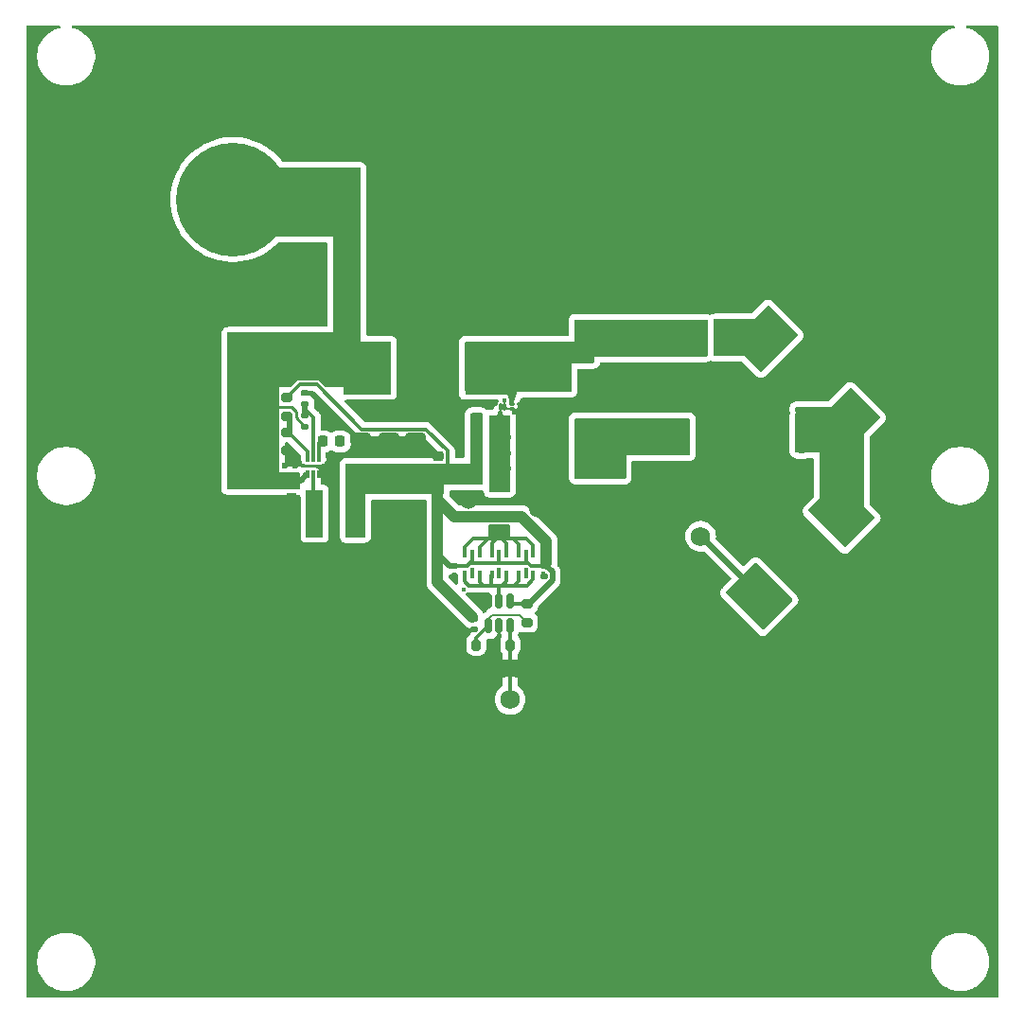
<source format=gbr>
%TF.GenerationSoftware,KiCad,Pcbnew,8.0.0*%
%TF.CreationDate,2024-05-06T14:44:26-07:00*%
%TF.ProjectId,phi2_50MHz_EPC8010,70686932-5f35-4304-9d48-7a5f45504338,rev?*%
%TF.SameCoordinates,Original*%
%TF.FileFunction,Copper,L1,Top*%
%TF.FilePolarity,Positive*%
%FSLAX46Y46*%
G04 Gerber Fmt 4.6, Leading zero omitted, Abs format (unit mm)*
G04 Created by KiCad (PCBNEW 8.0.0) date 2024-05-06 14:44:26*
%MOMM*%
%LPD*%
G01*
G04 APERTURE LIST*
G04 Aperture macros list*
%AMRoundRect*
0 Rectangle with rounded corners*
0 $1 Rounding radius*
0 $2 $3 $4 $5 $6 $7 $8 $9 X,Y pos of 4 corners*
0 Add a 4 corners polygon primitive as box body*
4,1,4,$2,$3,$4,$5,$6,$7,$8,$9,$2,$3,0*
0 Add four circle primitives for the rounded corners*
1,1,$1+$1,$2,$3*
1,1,$1+$1,$4,$5*
1,1,$1+$1,$6,$7*
1,1,$1+$1,$8,$9*
0 Add four rect primitives between the rounded corners*
20,1,$1+$1,$2,$3,$4,$5,0*
20,1,$1+$1,$4,$5,$6,$7,0*
20,1,$1+$1,$6,$7,$8,$9,0*
20,1,$1+$1,$8,$9,$2,$3,0*%
%AMRotRect*
0 Rectangle, with rotation*
0 The origin of the aperture is its center*
0 $1 length*
0 $2 width*
0 $3 Rotation angle, in degrees counterclockwise*
0 Add horizontal line*
21,1,$1,$2,0,0,$3*%
%AMFreePoly0*
4,1,25,-1.500000,1.420000,-1.360000,1.280000,-1.205000,1.155000,-1.035000,1.045000,-0.860000,0.950000,-0.675001,0.875000,-0.480000,0.820000,-0.280000,0.780000,-0.085000,0.765000,0.085000,0.765000,0.280000,0.780000,0.480000,0.820000,0.675001,0.875000,0.860000,0.950000,1.035000,1.045000,1.205000,1.155000,1.360000,1.280000,1.500000,1.420000,1.645000,1.595000,3.555000,1.595000,
3.555000,-0.755000,-3.555000,-0.755000,-3.555000,1.595000,-1.645000,1.595000,-1.500000,1.420000,-1.500000,1.420000,$1*%
G04 Aperture macros list end*
%TA.AperFunction,SMDPad,CuDef*%
%ADD10RoundRect,0.042000X0.098000X0.278000X-0.098000X0.278000X-0.098000X-0.278000X0.098000X-0.278000X0*%
%TD*%
%TA.AperFunction,SMDPad,CuDef*%
%ADD11RoundRect,0.040500X-0.208500X0.094500X-0.208500X-0.094500X0.208500X-0.094500X0.208500X0.094500X0*%
%TD*%
%TA.AperFunction,SMDPad,CuDef*%
%ADD12RoundRect,0.040500X0.119500X0.094500X-0.119500X0.094500X-0.119500X-0.094500X0.119500X-0.094500X0*%
%TD*%
%TA.AperFunction,ComponentPad*%
%ADD13C,10.160000*%
%TD*%
%TA.AperFunction,SMDPad,CuDef*%
%ADD14FreePoly0,135.000000*%
%TD*%
%TA.AperFunction,SMDPad,CuDef*%
%ADD15FreePoly0,315.000000*%
%TD*%
%TA.AperFunction,SMDPad,CuDef*%
%ADD16C,1.730000*%
%TD*%
%TA.AperFunction,SMDPad,CuDef*%
%ADD17FreePoly0,180.000000*%
%TD*%
%TA.AperFunction,SMDPad,CuDef*%
%ADD18FreePoly0,0.000000*%
%TD*%
%TA.AperFunction,SMDPad,CuDef*%
%ADD19R,4.320000X4.700000*%
%TD*%
%TA.AperFunction,SMDPad,CuDef*%
%ADD20RoundRect,0.250000X-0.325000X-0.650000X0.325000X-0.650000X0.325000X0.650000X-0.325000X0.650000X0*%
%TD*%
%TA.AperFunction,SMDPad,CuDef*%
%ADD21RoundRect,0.150000X0.150000X0.200000X-0.150000X0.200000X-0.150000X-0.200000X0.150000X-0.200000X0*%
%TD*%
%TA.AperFunction,SMDPad,CuDef*%
%ADD22RoundRect,0.150000X0.150000X-0.512500X0.150000X0.512500X-0.150000X0.512500X-0.150000X-0.512500X0*%
%TD*%
%TA.AperFunction,SMDPad,CuDef*%
%ADD23R,10.340000X3.300000*%
%TD*%
%TA.AperFunction,SMDPad,CuDef*%
%ADD24RoundRect,0.225000X-0.250000X0.225000X-0.250000X-0.225000X0.250000X-0.225000X0.250000X0.225000X0*%
%TD*%
%TA.AperFunction,SMDPad,CuDef*%
%ADD25RotRect,3.810000X4.700000X315.000000*%
%TD*%
%TA.AperFunction,SMDPad,CuDef*%
%ADD26RoundRect,0.250000X0.650000X-0.325000X0.650000X0.325000X-0.650000X0.325000X-0.650000X-0.325000X0*%
%TD*%
%TA.AperFunction,SMDPad,CuDef*%
%ADD27RoundRect,0.200000X-0.275000X0.200000X-0.275000X-0.200000X0.275000X-0.200000X0.275000X0.200000X0*%
%TD*%
%TA.AperFunction,SMDPad,CuDef*%
%ADD28RoundRect,0.225000X0.225000X0.250000X-0.225000X0.250000X-0.225000X-0.250000X0.225000X-0.250000X0*%
%TD*%
%TA.AperFunction,SMDPad,CuDef*%
%ADD29RoundRect,0.250000X-0.475000X0.250000X-0.475000X-0.250000X0.475000X-0.250000X0.475000X0.250000X0*%
%TD*%
%TA.AperFunction,SMDPad,CuDef*%
%ADD30R,0.300000X0.660000*%
%TD*%
%TA.AperFunction,SMDPad,CuDef*%
%ADD31RoundRect,0.140000X-0.170000X0.140000X-0.170000X-0.140000X0.170000X-0.140000X0.170000X0.140000X0*%
%TD*%
%TA.AperFunction,SMDPad,CuDef*%
%ADD32RoundRect,0.085000X0.085000X-0.265000X0.085000X0.265000X-0.085000X0.265000X-0.085000X-0.265000X0*%
%TD*%
%TA.AperFunction,SMDPad,CuDef*%
%ADD33RoundRect,0.140000X0.170000X-0.140000X0.170000X0.140000X-0.170000X0.140000X-0.170000X-0.140000X0*%
%TD*%
%TA.AperFunction,SMDPad,CuDef*%
%ADD34RoundRect,0.200000X0.200000X0.275000X-0.200000X0.275000X-0.200000X-0.275000X0.200000X-0.275000X0*%
%TD*%
%TA.AperFunction,SMDPad,CuDef*%
%ADD35RoundRect,0.225000X-0.225000X-0.250000X0.225000X-0.250000X0.225000X0.250000X-0.225000X0.250000X0*%
%TD*%
%TA.AperFunction,SMDPad,CuDef*%
%ADD36R,1.500000X4.200000*%
%TD*%
%TA.AperFunction,SMDPad,CuDef*%
%ADD37RoundRect,0.200000X-0.200000X-0.275000X0.200000X-0.275000X0.200000X0.275000X-0.200000X0.275000X0*%
%TD*%
%TA.AperFunction,SMDPad,CuDef*%
%ADD38RoundRect,0.250000X-1.500000X-0.550000X1.500000X-0.550000X1.500000X0.550000X-1.500000X0.550000X0*%
%TD*%
%TA.AperFunction,SMDPad,CuDef*%
%ADD39RoundRect,0.135000X0.185000X-0.135000X0.185000X0.135000X-0.185000X0.135000X-0.185000X-0.135000X0*%
%TD*%
%TA.AperFunction,SMDPad,CuDef*%
%ADD40RoundRect,0.225000X0.250000X-0.225000X0.250000X0.225000X-0.250000X0.225000X-0.250000X-0.225000X0*%
%TD*%
%TA.AperFunction,SMDPad,CuDef*%
%ADD41RotRect,3.810000X4.700000X225.000000*%
%TD*%
%TA.AperFunction,ViaPad*%
%ADD42C,1.500000*%
%TD*%
%TA.AperFunction,ViaPad*%
%ADD43C,0.400000*%
%TD*%
%TA.AperFunction,ViaPad*%
%ADD44C,0.600000*%
%TD*%
%TA.AperFunction,ViaPad*%
%ADD45C,1.000000*%
%TD*%
%TA.AperFunction,ViaPad*%
%ADD46C,0.800000*%
%TD*%
%TA.AperFunction,Conductor*%
%ADD47C,0.500000*%
%TD*%
%TA.AperFunction,Conductor*%
%ADD48C,1.000000*%
%TD*%
%TA.AperFunction,Conductor*%
%ADD49C,0.200000*%
%TD*%
%TA.AperFunction,Conductor*%
%ADD50C,0.300000*%
%TD*%
%TA.AperFunction,Conductor*%
%ADD51C,0.250000*%
%TD*%
%TA.AperFunction,Conductor*%
%ADD52C,1.500000*%
%TD*%
G04 APERTURE END LIST*
D10*
%TO.P,Q1,1,G*%
%TO.N,/G*%
X43440000Y-35110000D03*
%TO.P,Q1,2,SG*%
%TO.N,GND*%
X43840000Y-35110000D03*
D11*
%TO.P,Q1,3,SP1*%
X44440000Y-35310000D03*
%TO.P,Q1,4,D*%
%TO.N,/D*%
X44440000Y-34910000D03*
D12*
%TO.P,Q1,5,SP2*%
%TO.N,GND*%
X45040000Y-35310000D03*
%TO.P,Q1,6,Sub*%
X45040000Y-34910000D03*
%TD*%
D13*
%TO.P,J6,1,Pin_1*%
%TO.N,GND*%
X43990000Y-20400000D03*
%TD*%
%TO.P,J5,1,Pin_1*%
%TO.N,+12V*%
X19510000Y-16570000D03*
%TD*%
D14*
%TO.P,J2,2,Ext*%
%TO.N,GND*%
X63334899Y-44715101D03*
D15*
X59375101Y-48674899D03*
D16*
%TO.P,J2,1,In*%
%TO.N,/RF_OUT*%
X61355000Y-46695000D03*
%TD*%
%TO.P,J1,1,In*%
%TO.N,/RF_IN*%
X44320000Y-61290000D03*
D17*
%TO.P,J1,2,Ext*%
%TO.N,GND*%
X44320000Y-58490000D03*
D18*
X44320000Y-64090000D03*
%TD*%
D19*
%TO.P,L1,2,2*%
%TO.N,/D*%
X42430000Y-31640000D03*
%TO.P,L1,1,1*%
%TO.N,+12V*%
X31510000Y-31640000D03*
%TD*%
D20*
%TO.P,C4,1*%
%TO.N,+12V*%
X30345000Y-26370000D03*
%TO.P,C4,2*%
%TO.N,GND*%
X33295000Y-26370000D03*
%TD*%
D21*
%TO.P,D8,1,K*%
%TO.N,/G*%
X44012500Y-40640000D03*
%TO.P,D8,2,A*%
%TO.N,GND*%
X45412500Y-40640000D03*
%TD*%
D20*
%TO.P,C2,1*%
%TO.N,+12V*%
X30345000Y-21570000D03*
%TO.P,C2,2*%
%TO.N,GND*%
X33295000Y-21570000D03*
%TD*%
D22*
%TO.P,U4,1,-IN*%
%TO.N,Net-(U4--IN)*%
X42370000Y-54722500D03*
%TO.P,U4,2,V-*%
%TO.N,GND*%
X43320000Y-54722500D03*
%TO.P,U4,3,+IN*%
%TO.N,/RF_IN*%
X44270000Y-54722500D03*
%TO.P,U4,4,V+*%
%TO.N,+5V*%
X44270000Y-52447500D03*
%TO.P,U4,5,OUT*%
%TO.N,Net-(U4-OUT)*%
X43320000Y-52447500D03*
%TO.P,U4,6,SHDN*%
%TO.N,GND*%
X42370000Y-52447500D03*
%TD*%
D23*
%TO.P,L2,1,1*%
%TO.N,/D*%
X55230000Y-28960000D03*
%TO.P,L2,2,2*%
%TO.N,Net-(C5-Pad1)*%
X55230000Y-37800000D03*
%TD*%
D24*
%TO.P,C19,1*%
%TO.N,/D*%
X47610000Y-33335000D03*
%TO.P,C19,2*%
%TO.N,GND*%
X47610000Y-34885000D03*
%TD*%
D25*
%TO.P,L3,2,2*%
%TO.N,Net-(C12-Pad1)*%
X74410491Y-36380491D03*
%TO.P,L3,1,1*%
%TO.N,Net-(C13-Pad2)*%
X67049509Y-29019509D03*
%TD*%
D26*
%TO.P,C28,1*%
%TO.N,+5V*%
X30970000Y-40995000D03*
%TO.P,C28,2*%
%TO.N,GND*%
X30970000Y-38045000D03*
%TD*%
D24*
%TO.P,C20,2*%
%TO.N,GND*%
X49020000Y-34885000D03*
%TO.P,C20,1*%
%TO.N,/D*%
X49020000Y-33335000D03*
%TD*%
D27*
%TO.P,R7,1*%
%TO.N,Net-(U1-FB)*%
X24320000Y-37395000D03*
%TO.P,R7,2*%
%TO.N,GND*%
X24320000Y-39045000D03*
%TD*%
D28*
%TO.P,C12,2*%
%TO.N,GND*%
X68815000Y-35685000D03*
%TO.P,C12,1*%
%TO.N,Net-(C12-Pad1)*%
X70365000Y-35685000D03*
%TD*%
D26*
%TO.P,C26,1*%
%TO.N,+5V*%
X35870000Y-40995000D03*
%TO.P,C26,2*%
%TO.N,GND*%
X35870000Y-38045000D03*
%TD*%
D28*
%TO.P,C21,2*%
%TO.N,GND*%
X68815000Y-37235000D03*
%TO.P,C21,1*%
%TO.N,Net-(C12-Pad1)*%
X70365000Y-37235000D03*
%TD*%
D29*
%TO.P,C24,1*%
%TO.N,+12V*%
X22970000Y-41740000D03*
%TO.P,C24,2*%
%TO.N,GND*%
X22970000Y-43640000D03*
%TD*%
D20*
%TO.P,C3,1*%
%TO.N,+12V*%
X30345000Y-23970000D03*
%TO.P,C3,2*%
%TO.N,GND*%
X33295000Y-23970000D03*
%TD*%
D30*
%TO.P,U5,1,A1*%
%TO.N,Net-(U4-OUT)*%
X40270000Y-50115000D03*
%TO.P,U5,2,GND*%
%TO.N,GND*%
X40920000Y-50115000D03*
%TO.P,U5,3,A2*%
%TO.N,Net-(U4-OUT)*%
X41570000Y-50115000D03*
%TO.P,U5,4,Y2*%
%TO.N,/G1*%
X41570000Y-48275000D03*
%TO.P,U5,5,VCC*%
%TO.N,+5V*%
X40920000Y-48275000D03*
%TO.P,U5,6,Y1*%
%TO.N,/G1*%
X40270000Y-48275000D03*
%TD*%
D31*
%TO.P,C10,1*%
%TO.N,+5V*%
X41070000Y-54055000D03*
%TO.P,C10,2*%
%TO.N,GND*%
X41070000Y-55015000D03*
%TD*%
D21*
%TO.P,D4,1,K*%
%TO.N,+5V*%
X41370000Y-40620000D03*
%TO.P,D4,2,A*%
%TO.N,/G*%
X42770000Y-40620000D03*
%TD*%
%TO.P,D3,1,K*%
%TO.N,+5V*%
X41370000Y-39220000D03*
%TO.P,D3,2,A*%
%TO.N,/G*%
X42770000Y-39220000D03*
%TD*%
%TO.P,D1,1,K*%
%TO.N,+5V*%
X41370000Y-36420000D03*
%TO.P,D1,2,A*%
%TO.N,/G*%
X42770000Y-36420000D03*
%TD*%
%TO.P,D7,1,K*%
%TO.N,/G*%
X44012500Y-39240000D03*
%TO.P,D7,2,A*%
%TO.N,GND*%
X45412500Y-39240000D03*
%TD*%
D26*
%TO.P,C27,1*%
%TO.N,+5V*%
X33470000Y-40995000D03*
%TO.P,C27,2*%
%TO.N,GND*%
X33470000Y-38045000D03*
%TD*%
D24*
%TO.P,C15,1*%
%TO.N,/D*%
X46280000Y-33335000D03*
%TO.P,C15,2*%
%TO.N,GND*%
X46280000Y-34885000D03*
%TD*%
D32*
%TO.P,U1,1,VIN*%
%TO.N,+12V*%
X26220000Y-41170000D03*
%TO.P,U1,2,SW*%
%TO.N,Net-(U1-SW)*%
X26720000Y-41170000D03*
%TO.P,U1,3,GND*%
%TO.N,GND*%
X27220000Y-41170000D03*
%TO.P,U1,4,BST*%
%TO.N,Net-(U1-BST)*%
X27220000Y-39670000D03*
%TO.P,U1,5,EN*%
%TO.N,Net-(U1-EN)*%
X26720000Y-39670000D03*
%TO.P,U1,6,FB*%
%TO.N,Net-(U1-FB)*%
X26220000Y-39670000D03*
%TD*%
D21*
%TO.P,D2,1,K*%
%TO.N,+5V*%
X41370000Y-37820000D03*
%TO.P,D2,2,A*%
%TO.N,/G*%
X42770000Y-37820000D03*
%TD*%
D33*
%TO.P,C8,1*%
%TO.N,GND*%
X39320000Y-50325000D03*
%TO.P,C8,2*%
%TO.N,+5V*%
X39320000Y-49365000D03*
%TD*%
D24*
%TO.P,C7,1*%
%TO.N,Net-(C5-Pad1)*%
X50780000Y-40980000D03*
%TO.P,C7,2*%
%TO.N,GND*%
X50780000Y-42530000D03*
%TD*%
%TO.P,C25,1*%
%TO.N,+12V*%
X24770000Y-41695000D03*
%TO.P,C25,2*%
%TO.N,GND*%
X24770000Y-43245000D03*
%TD*%
D34*
%TO.P,R6,1*%
%TO.N,Net-(U4--IN)*%
X41295000Y-56435000D03*
%TO.P,R6,2*%
%TO.N,GND*%
X39645000Y-56435000D03*
%TD*%
D21*
%TO.P,D5,1,K*%
%TO.N,/G*%
X44010000Y-36450000D03*
%TO.P,D5,2,A*%
%TO.N,GND*%
X45410000Y-36450000D03*
%TD*%
D24*
%TO.P,C5,1*%
%TO.N,Net-(C5-Pad1)*%
X53930000Y-40980000D03*
%TO.P,C5,2*%
%TO.N,GND*%
X53930000Y-42530000D03*
%TD*%
D27*
%TO.P,R3,1*%
%TO.N,+5V*%
X24320000Y-34295000D03*
%TO.P,R3,2*%
%TO.N,Net-(U1-FB)*%
X24320000Y-35945000D03*
%TD*%
D35*
%TO.P,C13,1*%
%TO.N,/D*%
X61455000Y-28330000D03*
%TO.P,C13,2*%
%TO.N,Net-(C13-Pad2)*%
X63005000Y-28330000D03*
%TD*%
D27*
%TO.P,R5,1*%
%TO.N,+5V*%
X45820000Y-52760000D03*
%TO.P,R5,2*%
%TO.N,Net-(U4--IN)*%
X45820000Y-54410000D03*
%TD*%
D36*
%TO.P,L5,1*%
%TO.N,Net-(U1-SW)*%
X26820000Y-44670000D03*
%TO.P,L5,2*%
%TO.N,+5V*%
X30420000Y-44670000D03*
%TD*%
D37*
%TO.P,R4,1*%
%TO.N,GND*%
X42695000Y-56435000D03*
%TO.P,R4,2*%
%TO.N,/RF_IN*%
X44345000Y-56435000D03*
%TD*%
D38*
%TO.P,C1,1*%
%TO.N,+12V*%
X29070000Y-16620000D03*
%TO.P,C1,2*%
%TO.N,GND*%
X34470000Y-16620000D03*
%TD*%
D39*
%TO.P,R2,1*%
%TO.N,Net-(U1-EN)*%
X25970000Y-34870000D03*
%TO.P,R2,2*%
%TO.N,GND*%
X25970000Y-33850000D03*
%TD*%
D40*
%TO.P,C29,1*%
%TO.N,+5V*%
X37870000Y-41095000D03*
%TO.P,C29,2*%
%TO.N,GND*%
X37870000Y-39545000D03*
%TD*%
D41*
%TO.P,L4,2,2*%
%TO.N,/RF_OUT*%
X66589509Y-52100491D03*
%TO.P,L4,1,1*%
%TO.N,Net-(C12-Pad1)*%
X73950491Y-44739509D03*
%TD*%
D21*
%TO.P,D6,1,K*%
%TO.N,/G*%
X44012500Y-37850000D03*
%TO.P,D6,2,A*%
%TO.N,GND*%
X45412500Y-37850000D03*
%TD*%
D30*
%TO.P,U6,1,A1*%
%TO.N,Net-(U4-OUT)*%
X42670000Y-50115000D03*
%TO.P,U6,2,GND*%
%TO.N,GND*%
X43320000Y-50115000D03*
%TO.P,U6,3,A2*%
%TO.N,Net-(U4-OUT)*%
X43970000Y-50115000D03*
%TO.P,U6,4,Y2*%
%TO.N,/G1*%
X43970000Y-48275000D03*
%TO.P,U6,5,VCC*%
%TO.N,+5V*%
X43320000Y-48275000D03*
%TO.P,U6,6,Y1*%
%TO.N,/G1*%
X42670000Y-48275000D03*
%TD*%
D28*
%TO.P,C18,1*%
%TO.N,Net-(U1-SW)*%
X29095000Y-38220000D03*
%TO.P,C18,2*%
%TO.N,Net-(U1-BST)*%
X27545000Y-38220000D03*
%TD*%
D39*
%TO.P,R1,1*%
%TO.N,+12V*%
X25970000Y-36880000D03*
%TO.P,R1,2*%
%TO.N,Net-(U1-EN)*%
X25970000Y-35860000D03*
%TD*%
D35*
%TO.P,C14,1*%
%TO.N,/D*%
X61455000Y-29880000D03*
%TO.P,C14,2*%
%TO.N,Net-(C13-Pad2)*%
X63005000Y-29880000D03*
%TD*%
D24*
%TO.P,C6,1*%
%TO.N,Net-(C5-Pad1)*%
X52380000Y-40980000D03*
%TO.P,C6,2*%
%TO.N,GND*%
X52380000Y-42530000D03*
%TD*%
D33*
%TO.P,C11,1*%
%TO.N,GND*%
X47320000Y-50275000D03*
%TO.P,C11,2*%
%TO.N,+5V*%
X47320000Y-49315000D03*
%TD*%
D29*
%TO.P,C23,1*%
%TO.N,+12V*%
X20920000Y-41740000D03*
%TO.P,C23,2*%
%TO.N,GND*%
X20920000Y-43640000D03*
%TD*%
D30*
%TO.P,U7,1,A1*%
%TO.N,Net-(U4-OUT)*%
X45070000Y-50115000D03*
%TO.P,U7,2,GND*%
%TO.N,GND*%
X45720000Y-50115000D03*
%TO.P,U7,3,A2*%
%TO.N,Net-(U4-OUT)*%
X46370000Y-50115000D03*
%TO.P,U7,4,Y2*%
%TO.N,/G1*%
X46370000Y-48275000D03*
%TO.P,U7,5,VCC*%
%TO.N,+5V*%
X45720000Y-48275000D03*
%TO.P,U7,6,Y1*%
%TO.N,/G1*%
X45070000Y-48275000D03*
%TD*%
D28*
%TO.P,C22,2*%
%TO.N,GND*%
X68815000Y-38785000D03*
%TO.P,C22,1*%
%TO.N,Net-(C12-Pad1)*%
X70365000Y-38785000D03*
%TD*%
D42*
%TO.N,GND*%
X61500000Y-55290000D03*
X54590000Y-48420000D03*
X67240000Y-43730000D03*
X70270000Y-48420000D03*
D43*
X40160000Y-51480000D03*
X41460000Y-51930000D03*
X43840000Y-34560000D03*
X44640000Y-35670000D03*
X45430000Y-35320000D03*
D42*
X47710000Y-69190000D03*
X40710000Y-69200000D03*
X26620000Y-48170000D03*
D44*
X37870000Y-39420000D03*
D42*
X46750000Y-44290000D03*
X61620000Y-20170000D03*
X35470000Y-28870000D03*
X78350000Y-40940000D03*
X6205000Y-62200000D03*
D43*
X40916409Y-49686409D03*
D42*
X61620000Y-62170000D03*
D45*
X42545000Y-64260000D03*
D43*
X46420000Y-40620000D03*
D42*
X76205000Y-48200000D03*
D43*
X42370000Y-52835000D03*
D42*
X54720000Y-76070000D03*
X76205000Y-55200000D03*
X54620000Y-69170000D03*
X61620000Y-34170000D03*
X76205000Y-62200000D03*
D44*
X35420000Y-37770000D03*
X24170000Y-40370000D03*
D42*
X68620000Y-34170000D03*
D45*
X47270000Y-58360000D03*
X57165000Y-46710000D03*
X60565000Y-50110000D03*
D42*
X83205000Y-76200000D03*
X12620000Y-34170000D03*
X40620000Y-6170000D03*
X54620000Y-13170000D03*
X12620000Y-6170000D03*
D44*
X39730000Y-56440000D03*
D42*
X54620000Y-55170000D03*
X40620000Y-13170000D03*
X61720000Y-76070000D03*
X76205000Y-27200000D03*
X6205000Y-55200000D03*
X54620000Y-62170000D03*
X47620000Y-6170000D03*
X40620000Y-43470000D03*
D44*
X33020000Y-37770000D03*
D43*
X46420000Y-36420000D03*
D42*
X19620000Y-6170000D03*
D43*
X39330000Y-50120000D03*
D42*
X12620000Y-41170000D03*
X6205000Y-27200000D03*
X6205000Y-20200000D03*
X6205000Y-13200000D03*
D43*
X45270000Y-39220000D03*
D45*
X65490000Y-46685000D03*
D44*
X33020000Y-23570000D03*
D43*
X42383790Y-52235156D03*
D42*
X83205000Y-48200000D03*
D44*
X22620000Y-43420000D03*
D42*
X68620000Y-6170000D03*
D44*
X33020000Y-21970000D03*
X33020000Y-24420000D03*
D46*
X46270000Y-34670000D03*
D42*
X76205000Y-69200000D03*
X54620000Y-6170000D03*
D44*
X28070000Y-40370000D03*
X33920000Y-37770000D03*
D42*
X33620000Y-83180000D03*
X68620000Y-55170000D03*
D45*
X47270000Y-63185000D03*
D42*
X38220000Y-28820000D03*
X12620000Y-20170000D03*
X68620000Y-13170000D03*
D44*
X36320000Y-37770000D03*
D42*
X68620000Y-20170000D03*
D45*
X57965000Y-45910000D03*
X68840000Y-35675000D03*
D44*
X33020000Y-25920000D03*
D42*
X33620000Y-55170000D03*
D45*
X64665000Y-45860000D03*
D42*
X33620000Y-6170000D03*
D45*
X61290000Y-42535000D03*
X53920000Y-42590000D03*
D42*
X38120000Y-33920000D03*
X40620000Y-83180000D03*
X33720000Y-76070000D03*
X26620000Y-83180000D03*
X40720000Y-76070000D03*
D44*
X23320000Y-43420000D03*
D42*
X38220000Y-26370000D03*
X12620000Y-62170000D03*
X6205000Y-69200000D03*
X35470000Y-23870000D03*
X26620000Y-69170000D03*
X76205000Y-20200000D03*
X83205000Y-62200000D03*
X83205000Y-27200000D03*
X26620000Y-6170000D03*
X19720000Y-76070000D03*
X83205000Y-69200000D03*
X12620000Y-69170000D03*
X26620000Y-55170000D03*
X61620000Y-69170000D03*
D45*
X68810000Y-37205000D03*
D42*
X68720000Y-76070000D03*
D45*
X33220000Y-16570000D03*
D43*
X45270000Y-40620000D03*
D42*
X35470000Y-31320000D03*
D45*
X64690000Y-47510000D03*
X50780000Y-42590000D03*
D42*
X76205000Y-6200000D03*
X6205000Y-48200000D03*
X38120000Y-31320000D03*
X33620000Y-69170000D03*
D45*
X61315000Y-50935000D03*
D42*
X19620000Y-69170000D03*
D43*
X43333480Y-54884851D03*
D44*
X28220000Y-36870000D03*
D42*
X35420000Y-21470000D03*
X68620000Y-69170000D03*
X61620000Y-6170000D03*
D45*
X41345000Y-58335000D03*
X41320000Y-64260000D03*
D42*
X47620000Y-13170000D03*
X47720000Y-76070000D03*
D44*
X28070000Y-39470000D03*
D42*
X19620000Y-83180000D03*
D45*
X47295000Y-64260000D03*
D42*
X35470000Y-33870000D03*
D45*
X35670000Y-16570000D03*
D42*
X12620000Y-48170000D03*
D44*
X31420000Y-37770000D03*
D42*
X65550000Y-38950000D03*
X35470000Y-26370000D03*
D44*
X27760000Y-35860000D03*
D45*
X62165000Y-50110000D03*
D42*
X83205000Y-13200000D03*
X54620000Y-20170000D03*
D44*
X30470000Y-37770000D03*
D42*
X83205000Y-20200000D03*
X26620000Y-27170000D03*
D44*
X24770000Y-43070000D03*
X42790000Y-56450000D03*
D42*
X33620000Y-62170000D03*
D45*
X41320000Y-63110000D03*
D44*
X25070000Y-40370000D03*
D45*
X62065000Y-43335000D03*
D43*
X46420000Y-39220000D03*
X45710000Y-49710000D03*
D42*
X6205000Y-76200000D03*
X83205000Y-34200000D03*
X19620000Y-48170000D03*
X68620000Y-62170000D03*
X47620000Y-55170000D03*
D45*
X68800000Y-38765000D03*
D43*
X45270000Y-37820000D03*
D42*
X12620000Y-13170000D03*
D44*
X20570000Y-43420000D03*
D43*
X43330000Y-49675000D03*
D42*
X19620000Y-27170000D03*
D44*
X33020000Y-26820000D03*
D45*
X41345000Y-59485000D03*
D42*
X26620000Y-23870000D03*
X83205000Y-55200000D03*
X12620000Y-83180000D03*
D44*
X28070000Y-41320000D03*
D45*
X52370000Y-42590000D03*
D42*
X76205000Y-76200000D03*
D43*
X24570000Y-38970000D03*
D42*
X26720000Y-76070000D03*
D46*
X47630000Y-34680000D03*
D42*
X12620000Y-27170000D03*
X26620000Y-62170000D03*
X61620000Y-13170000D03*
D44*
X25970000Y-33830000D03*
D42*
X76205000Y-13200000D03*
X54620000Y-34170000D03*
D45*
X42520000Y-58335000D03*
D42*
X33620000Y-48170000D03*
D43*
X47309513Y-50035487D03*
D42*
X19720000Y-23870000D03*
D46*
X49040000Y-34690000D03*
D45*
X47270000Y-59510000D03*
D42*
X12720000Y-76070000D03*
D44*
X21270000Y-43420000D03*
D45*
X46095000Y-64260000D03*
D42*
X19620000Y-55170000D03*
D45*
X57965000Y-47510000D03*
D42*
X6205000Y-34200000D03*
D45*
X60540000Y-43385000D03*
D42*
X12620000Y-55170000D03*
D43*
X43320000Y-54285000D03*
D44*
X33020000Y-21120000D03*
D43*
X46420000Y-37820000D03*
D42*
X19620000Y-62170000D03*
D43*
X41070000Y-54935000D03*
X45270000Y-36420000D03*
D45*
X46120000Y-58360000D03*
D43*
%TO.N,+12V*%
X26150000Y-41180000D03*
%TO.N,Net-(U1-SW)*%
X29095000Y-38220000D03*
X26720000Y-42370000D03*
%TD*%
D47*
%TO.N,/RF_OUT*%
X66570000Y-51870000D02*
X66570000Y-52010000D01*
X61440000Y-46620000D02*
X61440000Y-46740000D01*
X61440000Y-46740000D02*
X66570000Y-51870000D01*
D48*
%TO.N,+5V*%
X37820000Y-46370000D02*
X37820000Y-43620000D01*
X37820000Y-48270000D02*
X37820000Y-46370000D01*
D47*
%TO.N,/RF_OUT*%
X61435000Y-46605000D02*
X61435000Y-46645000D01*
D49*
%TO.N,GND*%
X43840000Y-34560000D02*
X43840000Y-34620000D01*
X43840000Y-35110000D02*
X43840000Y-34560000D01*
X44040000Y-35310000D02*
X44480000Y-35310000D01*
X43840000Y-35110000D02*
X44040000Y-35310000D01*
X45015000Y-35345000D02*
X44490000Y-35345000D01*
X45050000Y-35310000D02*
X45015000Y-35345000D01*
X45040000Y-35300000D02*
X45050000Y-35310000D01*
X45040000Y-34910000D02*
X45040000Y-35300000D01*
D47*
%TO.N,+5V*%
X47508266Y-49315000D02*
X47320000Y-49315000D01*
X48080000Y-50663266D02*
X48080000Y-49886734D01*
X48080000Y-49886734D02*
X47508266Y-49315000D01*
X45840000Y-52770000D02*
X45973266Y-52770000D01*
X45973266Y-52770000D02*
X48080000Y-50663266D01*
D50*
%TO.N,Net-(U4-OUT)*%
X43290000Y-51115000D02*
X43290000Y-52570000D01*
X43270000Y-51095000D02*
X43290000Y-51115000D01*
D48*
%TO.N,+5V*%
X37820000Y-50800000D02*
X40960000Y-53940000D01*
X37820000Y-48270000D02*
X37820000Y-50800000D01*
D50*
%TO.N,Net-(U4-OUT)*%
X42615000Y-50170000D02*
X42670000Y-50115000D01*
X42615000Y-51095000D02*
X42615000Y-50170000D01*
D51*
%TO.N,GND*%
X26950000Y-40340000D02*
X27080000Y-40470000D01*
X27920000Y-41170000D02*
X28070000Y-41320000D01*
X27220000Y-41170000D02*
X27920000Y-41170000D01*
X25790000Y-40340000D02*
X26950000Y-40340000D01*
D47*
%TO.N,+12V*%
X24770000Y-41695000D02*
X25605000Y-41695000D01*
D51*
X25970000Y-36880000D02*
X25145000Y-36055000D01*
D52*
X31645000Y-30885000D02*
X31510000Y-31020000D01*
D51*
X24780000Y-35150000D02*
X23450000Y-35150000D01*
X25145000Y-36055000D02*
X25145000Y-35515000D01*
D47*
X25605000Y-41695000D02*
X26120000Y-41180000D01*
D51*
X25145000Y-35515000D02*
X24780000Y-35150000D01*
D50*
%TO.N,+5V*%
X44582500Y-52760000D02*
X44270000Y-52447500D01*
X45940000Y-49125000D02*
X43100000Y-49125000D01*
X40460000Y-49365000D02*
X40700000Y-49125000D01*
D47*
X47320000Y-47596472D02*
X47320000Y-49315000D01*
D50*
X38720000Y-40245000D02*
X37870000Y-41095000D01*
X24570000Y-33995000D02*
X25485000Y-33080000D01*
X47320000Y-49315000D02*
X46130000Y-49315000D01*
X45820000Y-52760000D02*
X44582500Y-52760000D01*
D48*
X37820000Y-43620000D02*
X38000000Y-43620000D01*
D50*
X45720000Y-48905000D02*
X45720000Y-48275000D01*
D48*
X37820000Y-41145000D02*
X37820000Y-43520000D01*
X39310000Y-44930000D02*
X45339390Y-44930000D01*
D50*
X38720000Y-39064544D02*
X38720000Y-40245000D01*
X40700000Y-49125000D02*
X40920000Y-48905000D01*
X43320000Y-48905000D02*
X43100000Y-49125000D01*
X39320000Y-49365000D02*
X40460000Y-49365000D01*
D48*
X47550000Y-47140610D02*
X47550000Y-49080000D01*
D50*
X40920000Y-48905000D02*
X40920000Y-48275000D01*
X36775456Y-37120000D02*
X38720000Y-39064544D01*
X46130000Y-49315000D02*
X45940000Y-49125000D01*
D48*
X45339390Y-44930000D02*
X47550000Y-47140610D01*
D50*
X31050000Y-37120000D02*
X36775456Y-37120000D01*
X45940000Y-49125000D02*
X45720000Y-48905000D01*
D48*
X38000000Y-43620000D02*
X39310000Y-44930000D01*
D47*
X38915000Y-49365000D02*
X37820000Y-48270000D01*
D50*
X43320000Y-48275000D02*
X43320000Y-48905000D01*
D47*
X39320000Y-49365000D02*
X38915000Y-49365000D01*
D50*
X25485000Y-33080000D02*
X27010000Y-33080000D01*
D48*
X37870000Y-41095000D02*
X37820000Y-41145000D01*
D50*
X27010000Y-33080000D02*
X31050000Y-37120000D01*
X24570000Y-34395000D02*
X24570000Y-33995000D01*
X43100000Y-49125000D02*
X40700000Y-49125000D01*
D47*
%TO.N,/D*%
X42410000Y-31110000D02*
X43430000Y-32130000D01*
D49*
X43545000Y-33295000D02*
X43570000Y-33270000D01*
X43510000Y-33260000D02*
X43530000Y-33240000D01*
X43545000Y-33165000D02*
X43550000Y-33160000D01*
D50*
%TO.N,Net-(U1-BST)*%
X27220000Y-39670000D02*
X27220000Y-38345000D01*
X27220000Y-38345000D02*
X27295000Y-38270000D01*
%TO.N,Net-(U1-SW)*%
X26720000Y-41170000D02*
X26720000Y-42370000D01*
X26720000Y-42370000D02*
X26720000Y-44570000D01*
X26720000Y-44570000D02*
X26820000Y-44670000D01*
%TO.N,/RF_IN*%
X44345000Y-56435000D02*
X44345000Y-56710000D01*
X44320000Y-56735000D02*
X44320000Y-61310000D01*
X44345000Y-54797500D02*
X44270000Y-54722500D01*
X44345000Y-56710000D02*
X44320000Y-56735000D01*
X44345000Y-56435000D02*
X44345000Y-54797500D01*
%TO.N,Net-(U1-EN)*%
X26720000Y-36020000D02*
X25970000Y-35270000D01*
D47*
X25970000Y-35860000D02*
X25970000Y-35270000D01*
D50*
X26720000Y-39670000D02*
X26720000Y-36020000D01*
D47*
X25970000Y-35270000D02*
X25970000Y-34870000D01*
D50*
%TO.N,Net-(U1-FB)*%
X26220000Y-39145000D02*
X24570000Y-37495000D01*
X26220000Y-39670000D02*
X26220000Y-39145000D01*
D47*
X24570000Y-36045000D02*
X24570000Y-37495000D01*
D50*
%TO.N,Net-(U4--IN)*%
X41295000Y-55797500D02*
X42370000Y-54722500D01*
D49*
X42370000Y-54722500D02*
X42370000Y-54060001D01*
X42370000Y-54060001D02*
X42670001Y-53760000D01*
X45170000Y-53760000D02*
X45820000Y-54410000D01*
D50*
X41295000Y-56435000D02*
X41295000Y-55797500D01*
D49*
X42670001Y-53760000D02*
X45170000Y-53760000D01*
D50*
%TO.N,Net-(U4-OUT)*%
X43970000Y-50745000D02*
X43620000Y-51095000D01*
X40620000Y-51095000D02*
X42070000Y-51095000D01*
X41570000Y-50115000D02*
X41570000Y-50795000D01*
X41870000Y-51095000D02*
X42070000Y-51095000D01*
X43620000Y-51095000D02*
X42715000Y-51095000D01*
X45070000Y-50695000D02*
X45070000Y-50115000D01*
X44470000Y-51095000D02*
X45820000Y-51095000D01*
X43620000Y-51095000D02*
X44470000Y-51095000D01*
X40270000Y-50115000D02*
X40270000Y-50745000D01*
X44470000Y-51095000D02*
X44670000Y-51095000D01*
X45820000Y-51095000D02*
X46370000Y-50545000D01*
X46370000Y-50545000D02*
X46370000Y-50115000D01*
X40270000Y-50745000D02*
X40620000Y-51095000D01*
X42070000Y-51095000D02*
X42615000Y-51095000D01*
X41570000Y-50795000D02*
X41870000Y-51095000D01*
X44670000Y-51095000D02*
X45070000Y-50695000D01*
X43970000Y-50115000D02*
X43970000Y-50745000D01*
%TO.N,/G1*%
X44520000Y-46895000D02*
X45770000Y-46895000D01*
X40270000Y-48275000D02*
X40270000Y-47645000D01*
X42670000Y-48275000D02*
X42670000Y-47295000D01*
X42670000Y-47295000D02*
X43070000Y-46895000D01*
X40270000Y-47645000D02*
X41020000Y-46895000D01*
X41020000Y-46895000D02*
X42320000Y-46895000D01*
X46370000Y-47495000D02*
X46370000Y-48275000D01*
X42320000Y-46895000D02*
X43070000Y-46895000D01*
X45770000Y-46895000D02*
X46370000Y-47495000D01*
X45070000Y-48275000D02*
X45070000Y-47445000D01*
X43970000Y-48275000D02*
X43970000Y-47295000D01*
X43070000Y-46895000D02*
X43570000Y-46895000D01*
X41570000Y-47645000D02*
X42320000Y-46895000D01*
X45070000Y-47445000D02*
X44520000Y-46895000D01*
X43970000Y-47295000D02*
X43570000Y-46895000D01*
X43570000Y-46895000D02*
X44520000Y-46895000D01*
X41570000Y-48275000D02*
X41570000Y-47645000D01*
%TD*%
%TA.AperFunction,Conductor*%
%TO.N,+5V*%
G36*
X31370000Y-42920000D02*
G01*
X31370000Y-46666687D01*
X31350315Y-46733726D01*
X31297511Y-46779481D01*
X31246689Y-46790685D01*
X29694689Y-46799307D01*
X29627541Y-46779995D01*
X29581494Y-46727446D01*
X29570000Y-46675309D01*
X29570000Y-42420000D01*
X31370000Y-42410000D01*
X31370000Y-42920000D01*
G37*
%TD.AperFunction*%
%TD*%
%TA.AperFunction,Conductor*%
%TO.N,GND*%
G36*
X46070000Y-41470000D02*
G01*
X44820000Y-41470000D01*
X44820000Y-35670000D01*
X46070000Y-35670000D01*
X46070000Y-41470000D01*
G37*
%TD.AperFunction*%
%TD*%
%TA.AperFunction,Conductor*%
%TO.N,+12V*%
G36*
X30970000Y-33246000D02*
G01*
X30950315Y-33313039D01*
X30897511Y-33358794D01*
X30846000Y-33370000D01*
X28440000Y-33370000D01*
X28440000Y-17270000D01*
X30970000Y-17270000D01*
X30970000Y-33246000D01*
G37*
%TD.AperFunction*%
%TD*%
%TA.AperFunction,Conductor*%
%TO.N,/G1*%
G36*
X44253039Y-45650185D02*
G01*
X44298794Y-45702989D01*
X44310000Y-45754500D01*
X44310000Y-46881000D01*
X44290315Y-46948039D01*
X44237511Y-46993794D01*
X44186000Y-47005000D01*
X42504000Y-47005000D01*
X42436961Y-46985315D01*
X42391206Y-46932511D01*
X42380000Y-46881000D01*
X42380000Y-45754500D01*
X42399685Y-45687461D01*
X42452489Y-45641706D01*
X42504000Y-45630500D01*
X44186000Y-45630500D01*
X44253039Y-45650185D01*
G37*
%TD.AperFunction*%
%TD*%
%TA.AperFunction,Conductor*%
%TO.N,+5V*%
G36*
X41813039Y-35689685D02*
G01*
X41858794Y-35742489D01*
X41870000Y-35794000D01*
X41870000Y-41470000D01*
X40770000Y-41470000D01*
X40770000Y-35794000D01*
X40789685Y-35726961D01*
X40842489Y-35681206D01*
X40894000Y-35670000D01*
X41746000Y-35670000D01*
X41813039Y-35689685D01*
G37*
%TD.AperFunction*%
%TD*%
%TA.AperFunction,Conductor*%
%TO.N,+12V*%
G36*
X30970000Y-33246000D02*
G01*
X30950315Y-33313039D01*
X30897511Y-33358794D01*
X30846000Y-33370000D01*
X27847044Y-33370000D01*
X27780005Y-33350315D01*
X27759363Y-33333681D01*
X27225213Y-32799531D01*
X27225208Y-32799527D01*
X27145290Y-32753387D01*
X27145289Y-32753386D01*
X27145288Y-32753386D01*
X27056144Y-32729500D01*
X25438856Y-32729500D01*
X25349712Y-32753386D01*
X25349711Y-32753386D01*
X25349709Y-32753387D01*
X25349706Y-32753388D01*
X25269794Y-32799526D01*
X25269785Y-32799533D01*
X24735637Y-33333681D01*
X24674314Y-33367166D01*
X24647956Y-33370000D01*
X18970000Y-33370000D01*
X18970000Y-28526797D01*
X19022497Y-28481242D01*
X19074089Y-28470000D01*
X28440000Y-28470000D01*
X30970000Y-28470000D01*
X30970000Y-33246000D01*
G37*
%TD.AperFunction*%
%TD*%
%TA.AperFunction,Conductor*%
%TO.N,+5V*%
G36*
X41870000Y-41946000D02*
G01*
X41850315Y-42013039D01*
X41797511Y-42058794D01*
X41746000Y-42070000D01*
X38420000Y-42070000D01*
X38420000Y-40170000D01*
X40770000Y-40170000D01*
X41870000Y-40170000D01*
X41870000Y-41946000D01*
G37*
%TD.AperFunction*%
%TD*%
%TA.AperFunction,Conductor*%
%TO.N,+12V*%
G36*
X30913039Y-13739685D02*
G01*
X30958794Y-13792489D01*
X30970000Y-13844000D01*
X30970000Y-19870000D01*
X20744000Y-19870000D01*
X20676961Y-19850315D01*
X20631206Y-19797511D01*
X20620000Y-19746000D01*
X20620000Y-13844000D01*
X20639685Y-13776961D01*
X20692489Y-13731206D01*
X20744000Y-13720000D01*
X30846000Y-13720000D01*
X30913039Y-13739685D01*
G37*
%TD.AperFunction*%
%TD*%
%TA.AperFunction,Conductor*%
%TO.N,+12V*%
G36*
X23630000Y-40970000D02*
G01*
X23420000Y-40970000D01*
X23420000Y-42490000D01*
X19083912Y-42490000D01*
X19016873Y-42470315D01*
X18971118Y-42417511D01*
X18959912Y-42366088D01*
X18950089Y-28594088D01*
X18969726Y-28527035D01*
X19022497Y-28481242D01*
X19074089Y-28470000D01*
X23630000Y-28470000D01*
X23630000Y-40970000D01*
G37*
%TD.AperFunction*%
%TD*%
%TA.AperFunction,Conductor*%
%TO.N,+5V*%
G36*
X37476747Y-40179297D02*
G01*
X37477590Y-40176703D01*
X37486872Y-40179718D01*
X37486874Y-40179719D01*
X37496263Y-40181206D01*
X37586507Y-40195500D01*
X37586512Y-40195500D01*
X38153493Y-40195500D01*
X38224658Y-40184227D01*
X38253126Y-40179719D01*
X38253129Y-40179717D01*
X38262410Y-40176703D01*
X38263252Y-40179297D01*
X38301971Y-40170000D01*
X38420000Y-40170000D01*
X38420000Y-42070000D01*
X38420000Y-42796000D01*
X38400315Y-42863039D01*
X38347511Y-42908794D01*
X38296000Y-42920000D01*
X29570000Y-42920000D01*
X29570000Y-40294000D01*
X29589685Y-40226961D01*
X29642489Y-40181206D01*
X29694000Y-40170000D01*
X37438029Y-40170000D01*
X37476747Y-40179297D01*
G37*
%TD.AperFunction*%
%TD*%
%TA.AperFunction,Conductor*%
%TO.N,+12V*%
G36*
X25413039Y-40989685D02*
G01*
X25458794Y-41042489D01*
X25470000Y-41094000D01*
X25470000Y-42396000D01*
X25450315Y-42463039D01*
X25397511Y-42508794D01*
X25346000Y-42520000D01*
X23501362Y-42520000D01*
X23434323Y-42500315D01*
X23421523Y-42490000D01*
X23420000Y-42490000D01*
X23420000Y-40970000D01*
X23630000Y-40970000D01*
X25346000Y-40970000D01*
X25413039Y-40989685D01*
G37*
%TD.AperFunction*%
%TD*%
%TA.AperFunction,Conductor*%
%TO.N,/D*%
G36*
X51870000Y-30605000D02*
G01*
X51870000Y-31076000D01*
X51850315Y-31143039D01*
X51797511Y-31188794D01*
X51746000Y-31200000D01*
X44070000Y-31200000D01*
X44070000Y-29310000D01*
X44091880Y-29310000D01*
X44105004Y-29302834D01*
X44131362Y-29300000D01*
X50055000Y-29300000D01*
X51870000Y-29300000D01*
X51870000Y-30605000D01*
G37*
%TD.AperFunction*%
%TD*%
%TA.AperFunction,Conductor*%
%TO.N,Net-(C13-Pad2)*%
G36*
X67431244Y-27289757D02*
G01*
X67498244Y-27309573D01*
X67543895Y-27362467D01*
X67555000Y-27413757D01*
X67555000Y-30465756D01*
X67535315Y-30532795D01*
X67482511Y-30578550D01*
X67430757Y-30589756D01*
X62609257Y-30580301D01*
X62542256Y-30560485D01*
X62496605Y-30507591D01*
X62485500Y-30456301D01*
X62485500Y-27429010D01*
X62485500Y-27429000D01*
X62484269Y-27417555D01*
X62496672Y-27348798D01*
X62544281Y-27297659D01*
X62607798Y-27280299D01*
X67431244Y-27289757D01*
G37*
%TD.AperFunction*%
%TD*%
%TA.AperFunction,Conductor*%
%TO.N,Net-(C12-Pad1)*%
G36*
X74253039Y-35174685D02*
G01*
X74298794Y-35227489D01*
X74310000Y-35279000D01*
X74310000Y-39190000D01*
X69929000Y-39190000D01*
X69861961Y-39170315D01*
X69816206Y-39117511D01*
X69805000Y-39066000D01*
X69805000Y-38774555D01*
X69805341Y-38767612D01*
X69805341Y-38762387D01*
X69805000Y-38755447D01*
X69805000Y-37316087D01*
X69805597Y-37303933D01*
X69815341Y-37205000D01*
X69805597Y-37106065D01*
X69805000Y-37093911D01*
X69805000Y-35958830D01*
X69810339Y-35922836D01*
X69826024Y-35871132D01*
X69845341Y-35675000D01*
X69826024Y-35478868D01*
X69810339Y-35427161D01*
X69805000Y-35391166D01*
X69805000Y-35279000D01*
X69824685Y-35211961D01*
X69877489Y-35166206D01*
X69929000Y-35155000D01*
X74186000Y-35155000D01*
X74253039Y-35174685D01*
G37*
%TD.AperFunction*%
%TD*%
%TA.AperFunction,Conductor*%
%TO.N,/RF_OUT*%
G36*
X66333334Y-49109180D02*
G01*
X66377681Y-49137681D01*
X69527319Y-52287319D01*
X69560804Y-52348642D01*
X69555820Y-52418334D01*
X69527319Y-52462681D01*
X67002681Y-54987319D01*
X66941358Y-55020804D01*
X66871666Y-55015820D01*
X66827319Y-54987319D01*
X63677681Y-51837681D01*
X63644196Y-51776358D01*
X63649180Y-51706666D01*
X63677681Y-51662319D01*
X66202319Y-49137681D01*
X66263642Y-49104196D01*
X66333334Y-49109180D01*
G37*
%TD.AperFunction*%
%TD*%
%TA.AperFunction,Conductor*%
%TO.N,/D*%
G36*
X49810000Y-30240000D02*
G01*
X49812704Y-31200000D01*
X49819173Y-33496528D01*
X49819650Y-33665780D01*
X49800154Y-33732874D01*
X49747479Y-33778778D01*
X49695779Y-33790129D01*
X49152649Y-33790695D01*
X49139569Y-33790017D01*
X49134646Y-33789500D01*
X48945354Y-33789500D01*
X48938896Y-33790179D01*
X48938830Y-33789556D01*
X48925713Y-33790932D01*
X47797128Y-33792109D01*
X47771219Y-33789399D01*
X47724647Y-33779500D01*
X47724646Y-33779500D01*
X47535354Y-33779500D01*
X47535352Y-33779500D01*
X47487129Y-33789749D01*
X47461480Y-33792458D01*
X46490584Y-33793471D01*
X46464675Y-33790761D01*
X46364646Y-33769500D01*
X46175354Y-33769500D01*
X46075639Y-33790695D01*
X46073150Y-33791224D01*
X46047499Y-33793933D01*
X45141267Y-33794878D01*
X45074207Y-33775263D01*
X45053580Y-33758683D01*
X45024817Y-33730001D01*
X45015000Y-30235000D01*
X49810000Y-30240000D01*
G37*
%TD.AperFunction*%
%TD*%
%TA.AperFunction,Conductor*%
%TO.N,Net-(C5-Pad1)*%
G36*
X60343039Y-36169685D02*
G01*
X60388794Y-36222489D01*
X60400000Y-36274000D01*
X60400000Y-39326000D01*
X60380315Y-39393039D01*
X60327511Y-39438794D01*
X60276000Y-39450000D01*
X50070000Y-39450000D01*
X50070000Y-39428119D01*
X50062834Y-39414996D01*
X50060000Y-39388638D01*
X50060000Y-36274000D01*
X50079685Y-36206961D01*
X50132489Y-36161206D01*
X50184000Y-36150000D01*
X60276000Y-36150000D01*
X60343039Y-36169685D01*
G37*
%TD.AperFunction*%
%TD*%
%TA.AperFunction,Conductor*%
%TO.N,Net-(C5-Pad1)*%
G36*
X54680000Y-39450000D02*
G01*
X54680000Y-41436000D01*
X54660315Y-41503039D01*
X54607511Y-41548794D01*
X54556000Y-41560000D01*
X50194000Y-41560000D01*
X50126961Y-41540315D01*
X50081206Y-41487511D01*
X50070000Y-41436000D01*
X50070000Y-39428119D01*
X50070000Y-38990000D01*
X54680000Y-38990000D01*
X54680000Y-39450000D01*
G37*
%TD.AperFunction*%
%TD*%
%TA.AperFunction,Conductor*%
%TO.N,/D*%
G36*
X61923039Y-27324685D02*
G01*
X61968794Y-27377489D01*
X61980000Y-27429000D01*
X61980000Y-30481000D01*
X61960315Y-30548039D01*
X61907511Y-30593794D01*
X61856000Y-30605000D01*
X50055000Y-30605000D01*
X50055000Y-27429000D01*
X50074685Y-27361961D01*
X50127489Y-27316206D01*
X50179000Y-27305000D01*
X61856000Y-27305000D01*
X61923039Y-27324685D01*
G37*
%TD.AperFunction*%
%TD*%
%TA.AperFunction,Conductor*%
%TO.N,/G*%
G36*
X44253039Y-35879685D02*
G01*
X44298794Y-35932489D01*
X44310000Y-35984000D01*
X44310000Y-42616000D01*
X44290315Y-42683039D01*
X44237511Y-42728794D01*
X44186000Y-42740000D01*
X42554000Y-42740000D01*
X42486961Y-42720315D01*
X42441206Y-42667511D01*
X42430000Y-42616000D01*
X42430000Y-35984000D01*
X42449685Y-35916961D01*
X42502489Y-35871206D01*
X42554000Y-35860000D01*
X43098000Y-35860000D01*
X43738000Y-35860000D01*
X44186000Y-35860000D01*
X44253039Y-35879685D01*
G37*
%TD.AperFunction*%
%TD*%
%TA.AperFunction,Conductor*%
%TO.N,/D*%
G36*
X45140000Y-33730000D02*
G01*
X40374281Y-33730000D01*
X40307242Y-33710315D01*
X40261487Y-33657511D01*
X40250281Y-33605719D01*
X40259720Y-29433719D01*
X40279557Y-29366725D01*
X40332464Y-29321089D01*
X40383720Y-29310000D01*
X44091880Y-29310000D01*
X45160000Y-29310000D01*
X45140000Y-33730000D01*
G37*
%TD.AperFunction*%
%TD*%
%TA.AperFunction,Conductor*%
%TO.N,/D*%
G36*
X44595232Y-34863096D02*
G01*
X44583499Y-34877230D01*
X44572305Y-34880000D01*
X44328382Y-34880000D01*
X44311411Y-34872971D01*
X44305211Y-34862253D01*
X44238746Y-34615943D01*
X44238214Y-34605949D01*
X44245492Y-34560000D01*
X44225646Y-34434696D01*
X44225645Y-34434694D01*
X44225645Y-34434693D01*
X44168051Y-34321660D01*
X44168050Y-34321658D01*
X44160645Y-34314253D01*
X44154446Y-34303536D01*
X43999683Y-33730000D01*
X44945952Y-33730000D01*
X44595232Y-34863096D01*
G37*
%TD.AperFunction*%
%TD*%
%TA.AperFunction,Conductor*%
%TO.N,/G*%
G36*
X43505265Y-35397377D02*
G01*
X43544302Y-35444933D01*
X43737999Y-35860000D01*
X43098000Y-35860000D01*
X43322524Y-35439016D01*
X43371440Y-35389129D01*
X43439563Y-35373606D01*
X43505265Y-35397377D01*
G37*
%TD.AperFunction*%
%TD*%
%TA.AperFunction,Conductor*%
%TO.N,GND*%
G36*
X40488098Y-51732006D02*
G01*
X40533501Y-51741038D01*
X40555930Y-51745500D01*
X40555931Y-51745500D01*
X40684069Y-51745500D01*
X41805931Y-51745500D01*
X42005931Y-51745500D01*
X42395500Y-51745500D01*
X42462539Y-51765185D01*
X42508294Y-51817989D01*
X42519500Y-51869500D01*
X42519500Y-53025701D01*
X42522899Y-53068886D01*
X42520988Y-53069036D01*
X42514612Y-53129519D01*
X42470882Y-53184012D01*
X42445170Y-53195977D01*
X42445724Y-53197314D01*
X42438210Y-53200426D01*
X42301291Y-53279475D01*
X42301283Y-53279481D01*
X42189481Y-53391284D01*
X42189479Y-53391286D01*
X42114681Y-53466084D01*
X42056365Y-53524400D01*
X41995042Y-53557884D01*
X41925350Y-53552900D01*
X41869417Y-53511028D01*
X41854123Y-53484170D01*
X41846632Y-53466086D01*
X41846631Y-53466084D01*
X41737143Y-53302223D01*
X41737137Y-53302215D01*
X40376227Y-51941305D01*
X40342742Y-51879982D01*
X40347726Y-51810290D01*
X40389598Y-51754357D01*
X40455062Y-51729940D01*
X40488098Y-51732006D01*
G37*
%TD.AperFunction*%
%TA.AperFunction,Conductor*%
G36*
X38979082Y-50122327D02*
G01*
X39049007Y-50142643D01*
X39085310Y-50145500D01*
X39085318Y-50145500D01*
X39495500Y-50145500D01*
X39562539Y-50165185D01*
X39608294Y-50217989D01*
X39619500Y-50269500D01*
X39619500Y-50809070D01*
X39632993Y-50876900D01*
X39626766Y-50946492D01*
X39583904Y-51001670D01*
X39518014Y-51024915D01*
X39450017Y-51008848D01*
X39423695Y-50988774D01*
X38856819Y-50421897D01*
X38823334Y-50360574D01*
X38820500Y-50334216D01*
X38820500Y-50241407D01*
X38840185Y-50174368D01*
X38892989Y-50128613D01*
X38962147Y-50118669D01*
X38979082Y-50122327D01*
G37*
%TD.AperFunction*%
%TA.AperFunction,Conductor*%
G36*
X24466231Y-38315185D02*
G01*
X24486873Y-38331819D01*
X25533181Y-39378127D01*
X25566666Y-39439450D01*
X25569500Y-39465808D01*
X25569500Y-39734069D01*
X25569500Y-39734071D01*
X25569499Y-39734071D01*
X25594497Y-39859738D01*
X25594499Y-39859744D01*
X25643533Y-39978124D01*
X25643538Y-39978133D01*
X25714723Y-40084668D01*
X25714726Y-40084672D01*
X25805327Y-40175273D01*
X25805331Y-40175276D01*
X25910603Y-40245617D01*
X25955408Y-40299229D01*
X25964115Y-40368554D01*
X25933961Y-40431582D01*
X25889165Y-40463280D01*
X25764510Y-40514914D01*
X25764495Y-40514922D01*
X25746243Y-40527117D01*
X25679564Y-40547992D01*
X25625845Y-40536806D01*
X25555465Y-40504664D01*
X25555460Y-40504662D01*
X25555459Y-40504662D01*
X25488420Y-40484977D01*
X25488422Y-40484977D01*
X25488417Y-40484976D01*
X25440944Y-40478150D01*
X25346000Y-40464500D01*
X25345998Y-40464500D01*
X24259500Y-40464500D01*
X24192461Y-40444815D01*
X24146706Y-40392011D01*
X24135500Y-40340500D01*
X24135500Y-38419500D01*
X24155185Y-38352461D01*
X24207989Y-38306706D01*
X24259500Y-38295500D01*
X24399192Y-38295500D01*
X24466231Y-38315185D01*
G37*
%TD.AperFunction*%
%TA.AperFunction,Conductor*%
G36*
X4047751Y-1020185D02*
G01*
X4093506Y-1072989D01*
X4103450Y-1142147D01*
X4074425Y-1205703D01*
X4015647Y-1243477D01*
X4008305Y-1245391D01*
X3868955Y-1277196D01*
X3868953Y-1277197D01*
X3593261Y-1373665D01*
X3330109Y-1500393D01*
X3082795Y-1655791D01*
X2854435Y-1837901D01*
X2647901Y-2044435D01*
X2465791Y-2272795D01*
X2310393Y-2520109D01*
X2183665Y-2783261D01*
X2087197Y-3058953D01*
X2087196Y-3058955D01*
X2022202Y-3343714D01*
X2022199Y-3343728D01*
X1989500Y-3633952D01*
X1989500Y-3926047D01*
X2022199Y-4216271D01*
X2022202Y-4216285D01*
X2087196Y-4501044D01*
X2087197Y-4501046D01*
X2183665Y-4776738D01*
X2310393Y-5039890D01*
X2310395Y-5039893D01*
X2465792Y-5287206D01*
X2647902Y-5515565D01*
X2854435Y-5722098D01*
X3082794Y-5904208D01*
X3330107Y-6059605D01*
X3593263Y-6186335D01*
X3868955Y-6282803D01*
X4153714Y-6347798D01*
X4153723Y-6347799D01*
X4153728Y-6347800D01*
X4347210Y-6369599D01*
X4443953Y-6380499D01*
X4443956Y-6380500D01*
X4443959Y-6380500D01*
X4736044Y-6380500D01*
X4736045Y-6380499D01*
X4884371Y-6363787D01*
X5026271Y-6347800D01*
X5026274Y-6347799D01*
X5026286Y-6347798D01*
X5311045Y-6282803D01*
X5586737Y-6186335D01*
X5849893Y-6059605D01*
X6097206Y-5904208D01*
X6325565Y-5722098D01*
X6532098Y-5515565D01*
X6714208Y-5287206D01*
X6869605Y-5039893D01*
X6996335Y-4776737D01*
X7092803Y-4501045D01*
X7157798Y-4216286D01*
X7190500Y-3926041D01*
X7190500Y-3633959D01*
X7157798Y-3343714D01*
X7092803Y-3058955D01*
X6996335Y-2783263D01*
X6869605Y-2520107D01*
X6714208Y-2272794D01*
X6532098Y-2044435D01*
X6325565Y-1837902D01*
X6097206Y-1655792D01*
X5849893Y-1500395D01*
X5849890Y-1500393D01*
X5586738Y-1373665D01*
X5311046Y-1277197D01*
X5311044Y-1277196D01*
X5171695Y-1245391D01*
X5110717Y-1211282D01*
X5077859Y-1149621D01*
X5083554Y-1079984D01*
X5125994Y-1024480D01*
X5191704Y-1000732D01*
X5199288Y-1000500D01*
X83980712Y-1000500D01*
X84047751Y-1020185D01*
X84093506Y-1072989D01*
X84103450Y-1142147D01*
X84074425Y-1205703D01*
X84015647Y-1243477D01*
X84008305Y-1245391D01*
X83868955Y-1277196D01*
X83868953Y-1277197D01*
X83593261Y-1373665D01*
X83330109Y-1500393D01*
X83082795Y-1655791D01*
X82854435Y-1837901D01*
X82647901Y-2044435D01*
X82465791Y-2272795D01*
X82310393Y-2520109D01*
X82183665Y-2783261D01*
X82087197Y-3058953D01*
X82087196Y-3058955D01*
X82022202Y-3343714D01*
X82022199Y-3343728D01*
X81989500Y-3633952D01*
X81989500Y-3926047D01*
X82022199Y-4216271D01*
X82022202Y-4216285D01*
X82087196Y-4501044D01*
X82087197Y-4501046D01*
X82183665Y-4776738D01*
X82310393Y-5039890D01*
X82310395Y-5039893D01*
X82465792Y-5287206D01*
X82647902Y-5515565D01*
X82854435Y-5722098D01*
X83082794Y-5904208D01*
X83330107Y-6059605D01*
X83593263Y-6186335D01*
X83868955Y-6282803D01*
X84153714Y-6347798D01*
X84153723Y-6347799D01*
X84153728Y-6347800D01*
X84347210Y-6369599D01*
X84443953Y-6380499D01*
X84443956Y-6380500D01*
X84443959Y-6380500D01*
X84736044Y-6380500D01*
X84736045Y-6380499D01*
X84884371Y-6363787D01*
X85026271Y-6347800D01*
X85026274Y-6347799D01*
X85026286Y-6347798D01*
X85311045Y-6282803D01*
X85586737Y-6186335D01*
X85849893Y-6059605D01*
X86097206Y-5904208D01*
X86325565Y-5722098D01*
X86532098Y-5515565D01*
X86714208Y-5287206D01*
X86869605Y-5039893D01*
X86996335Y-4776737D01*
X87092803Y-4501045D01*
X87157798Y-4216286D01*
X87190500Y-3926041D01*
X87190500Y-3633959D01*
X87157798Y-3343714D01*
X87092803Y-3058955D01*
X86996335Y-2783263D01*
X86869605Y-2520107D01*
X86714208Y-2272794D01*
X86532098Y-2044435D01*
X86325565Y-1837902D01*
X86097206Y-1655792D01*
X85849893Y-1500395D01*
X85849890Y-1500393D01*
X85586738Y-1373665D01*
X85311046Y-1277197D01*
X85311044Y-1277196D01*
X85171695Y-1245391D01*
X85110717Y-1211282D01*
X85077859Y-1149621D01*
X85083554Y-1079984D01*
X85125994Y-1024480D01*
X85191704Y-1000732D01*
X85199288Y-1000500D01*
X87880500Y-1000500D01*
X87947539Y-1020185D01*
X87993294Y-1072989D01*
X88004500Y-1124500D01*
X88004500Y-87875500D01*
X87984815Y-87942539D01*
X87932011Y-87988294D01*
X87880500Y-87999500D01*
X1129500Y-87999500D01*
X1062461Y-87979815D01*
X1016706Y-87927011D01*
X1005500Y-87875500D01*
X1005500Y-84926047D01*
X1989500Y-84926047D01*
X2022199Y-85216271D01*
X2022202Y-85216285D01*
X2087196Y-85501044D01*
X2087197Y-85501046D01*
X2183665Y-85776738D01*
X2310393Y-86039890D01*
X2310395Y-86039893D01*
X2465792Y-86287206D01*
X2647902Y-86515565D01*
X2854435Y-86722098D01*
X3082794Y-86904208D01*
X3330107Y-87059605D01*
X3593263Y-87186335D01*
X3868955Y-87282803D01*
X4153714Y-87347798D01*
X4153723Y-87347799D01*
X4153728Y-87347800D01*
X4347210Y-87369599D01*
X4443953Y-87380499D01*
X4443956Y-87380500D01*
X4443959Y-87380500D01*
X4736044Y-87380500D01*
X4736045Y-87380499D01*
X4884371Y-87363787D01*
X5026271Y-87347800D01*
X5026274Y-87347799D01*
X5026286Y-87347798D01*
X5311045Y-87282803D01*
X5586737Y-87186335D01*
X5849893Y-87059605D01*
X6097206Y-86904208D01*
X6325565Y-86722098D01*
X6532098Y-86515565D01*
X6714208Y-86287206D01*
X6869605Y-86039893D01*
X6996335Y-85776737D01*
X7092803Y-85501045D01*
X7157798Y-85216286D01*
X7190499Y-84926047D01*
X81989500Y-84926047D01*
X82022199Y-85216271D01*
X82022202Y-85216285D01*
X82087196Y-85501044D01*
X82087197Y-85501046D01*
X82183665Y-85776738D01*
X82310393Y-86039890D01*
X82310395Y-86039893D01*
X82465792Y-86287206D01*
X82647902Y-86515565D01*
X82854435Y-86722098D01*
X83082794Y-86904208D01*
X83330107Y-87059605D01*
X83593263Y-87186335D01*
X83868955Y-87282803D01*
X84153714Y-87347798D01*
X84153723Y-87347799D01*
X84153728Y-87347800D01*
X84347210Y-87369599D01*
X84443953Y-87380499D01*
X84443956Y-87380500D01*
X84443959Y-87380500D01*
X84736044Y-87380500D01*
X84736045Y-87380499D01*
X84884371Y-87363787D01*
X85026271Y-87347800D01*
X85026274Y-87347799D01*
X85026286Y-87347798D01*
X85311045Y-87282803D01*
X85586737Y-87186335D01*
X85849893Y-87059605D01*
X86097206Y-86904208D01*
X86325565Y-86722098D01*
X86532098Y-86515565D01*
X86714208Y-86287206D01*
X86869605Y-86039893D01*
X86996335Y-85776737D01*
X87092803Y-85501045D01*
X87157798Y-85216286D01*
X87190500Y-84926041D01*
X87190500Y-84633959D01*
X87157798Y-84343714D01*
X87092803Y-84058955D01*
X86996335Y-83783263D01*
X86869605Y-83520107D01*
X86714208Y-83272794D01*
X86532098Y-83044435D01*
X86325565Y-82837902D01*
X86097206Y-82655792D01*
X85849893Y-82500395D01*
X85849890Y-82500393D01*
X85586738Y-82373665D01*
X85311046Y-82277197D01*
X85311044Y-82277196D01*
X85091280Y-82227036D01*
X85026286Y-82212202D01*
X85026283Y-82212201D01*
X85026271Y-82212199D01*
X84736047Y-82179500D01*
X84736041Y-82179500D01*
X84443959Y-82179500D01*
X84443952Y-82179500D01*
X84153728Y-82212199D01*
X84153714Y-82212202D01*
X83868955Y-82277196D01*
X83868953Y-82277197D01*
X83593261Y-82373665D01*
X83330109Y-82500393D01*
X83082795Y-82655791D01*
X82854435Y-82837901D01*
X82647901Y-83044435D01*
X82465791Y-83272795D01*
X82310393Y-83520109D01*
X82183665Y-83783261D01*
X82087197Y-84058953D01*
X82087196Y-84058955D01*
X82022202Y-84343714D01*
X82022199Y-84343728D01*
X81989500Y-84633952D01*
X81989500Y-84926047D01*
X7190499Y-84926047D01*
X7190500Y-84926041D01*
X7190500Y-84633959D01*
X7157798Y-84343714D01*
X7092803Y-84058955D01*
X6996335Y-83783263D01*
X6869605Y-83520107D01*
X6714208Y-83272794D01*
X6532098Y-83044435D01*
X6325565Y-82837902D01*
X6097206Y-82655792D01*
X5849893Y-82500395D01*
X5849890Y-82500393D01*
X5586738Y-82373665D01*
X5311046Y-82277197D01*
X5311044Y-82277196D01*
X5091280Y-82227036D01*
X5026286Y-82212202D01*
X5026283Y-82212201D01*
X5026271Y-82212199D01*
X4736047Y-82179500D01*
X4736041Y-82179500D01*
X4443959Y-82179500D01*
X4443952Y-82179500D01*
X4153728Y-82212199D01*
X4153714Y-82212202D01*
X3868955Y-82277196D01*
X3868953Y-82277197D01*
X3593261Y-82373665D01*
X3330109Y-82500393D01*
X3082795Y-82655791D01*
X2854435Y-82837901D01*
X2647901Y-83044435D01*
X2465791Y-83272795D01*
X2310393Y-83520109D01*
X2183665Y-83783261D01*
X2087197Y-84058953D01*
X2087196Y-84058955D01*
X2022202Y-84343714D01*
X2022199Y-84343728D01*
X1989500Y-84633952D01*
X1989500Y-84926047D01*
X1005500Y-84926047D01*
X1005500Y-41446047D01*
X1989500Y-41446047D01*
X2022199Y-41736271D01*
X2022202Y-41736285D01*
X2087196Y-42021044D01*
X2087197Y-42021046D01*
X2183665Y-42296738D01*
X2310393Y-42559890D01*
X2324695Y-42582651D01*
X2465792Y-42807206D01*
X2536259Y-42895569D01*
X2639874Y-43025499D01*
X2647902Y-43035565D01*
X2854435Y-43242098D01*
X3082794Y-43424208D01*
X3330107Y-43579605D01*
X3593263Y-43706335D01*
X3868955Y-43802803D01*
X4153714Y-43867798D01*
X4153723Y-43867799D01*
X4153728Y-43867800D01*
X4347210Y-43889599D01*
X4443953Y-43900499D01*
X4443956Y-43900500D01*
X4443959Y-43900500D01*
X4736044Y-43900500D01*
X4736045Y-43900499D01*
X4884371Y-43883787D01*
X5026271Y-43867800D01*
X5026274Y-43867799D01*
X5026286Y-43867798D01*
X5311045Y-43802803D01*
X5586737Y-43706335D01*
X5849893Y-43579605D01*
X6097206Y-43424208D01*
X6325565Y-43242098D01*
X6532098Y-43035565D01*
X6714208Y-42807206D01*
X6869605Y-42559893D01*
X6996335Y-42296737D01*
X7092803Y-42021045D01*
X7157798Y-41736286D01*
X7159134Y-41724435D01*
X7175585Y-41578416D01*
X7190500Y-41446041D01*
X7190500Y-41153959D01*
X7179599Y-41057210D01*
X7157800Y-40863728D01*
X7157799Y-40863723D01*
X7157798Y-40863714D01*
X7092803Y-40578955D01*
X6996335Y-40303263D01*
X6923288Y-40151580D01*
X6869606Y-40040109D01*
X6830660Y-39978127D01*
X6714208Y-39792794D01*
X6532098Y-39564435D01*
X6325565Y-39357902D01*
X6097206Y-39175792D01*
X5849893Y-39020395D01*
X5849890Y-39020393D01*
X5586738Y-38893665D01*
X5311046Y-38797197D01*
X5311044Y-38797196D01*
X5091280Y-38747036D01*
X5026286Y-38732202D01*
X5026283Y-38732201D01*
X5026271Y-38732199D01*
X4736047Y-38699500D01*
X4736041Y-38699500D01*
X4443959Y-38699500D01*
X4443952Y-38699500D01*
X4153728Y-38732199D01*
X4153714Y-38732202D01*
X3868955Y-38797196D01*
X3868953Y-38797197D01*
X3593261Y-38893665D01*
X3330109Y-39020393D01*
X3082795Y-39175791D01*
X2854435Y-39357901D01*
X2647901Y-39564435D01*
X2465791Y-39792795D01*
X2310393Y-40040109D01*
X2183665Y-40303261D01*
X2087197Y-40578953D01*
X2087196Y-40578955D01*
X2022202Y-40863714D01*
X2022199Y-40863728D01*
X1989500Y-41153952D01*
X1989500Y-41446047D01*
X1005500Y-41446047D01*
X1005500Y-16570006D01*
X13924467Y-16570006D01*
X13944587Y-17043673D01*
X14004810Y-17513961D01*
X14104696Y-17977432D01*
X14104698Y-17977440D01*
X14243527Y-18430765D01*
X14243529Y-18430770D01*
X14420298Y-18870677D01*
X14420302Y-18870688D01*
X14633741Y-19294018D01*
X14633751Y-19294036D01*
X14882332Y-19697758D01*
X15164256Y-20078944D01*
X15164261Y-20078949D01*
X15164262Y-20078951D01*
X15477489Y-20434846D01*
X15819788Y-20762913D01*
X15819790Y-20762914D01*
X16188654Y-21060751D01*
X16188655Y-21060752D01*
X16339322Y-21162584D01*
X16581464Y-21326244D01*
X16765423Y-21429009D01*
X16995362Y-21557462D01*
X16995384Y-21557473D01*
X17427391Y-21752752D01*
X17427398Y-21752755D01*
X17874429Y-21910701D01*
X18333244Y-22030167D01*
X18800538Y-22110293D01*
X18946774Y-22122739D01*
X19272924Y-22150499D01*
X19272941Y-22150499D01*
X19272943Y-22150500D01*
X19272944Y-22150500D01*
X19747056Y-22150500D01*
X19747057Y-22150500D01*
X19747058Y-22150499D01*
X19747075Y-22150499D01*
X20028242Y-22126567D01*
X20219462Y-22110293D01*
X20686756Y-22030167D01*
X21145571Y-21910701D01*
X21592602Y-21752755D01*
X22024628Y-21557467D01*
X22438536Y-21326244D01*
X22831343Y-21060753D01*
X23200209Y-20762914D01*
X23200211Y-20762913D01*
X23200215Y-20762908D01*
X23200220Y-20762905D01*
X23542510Y-20434847D01*
X23557709Y-20417577D01*
X23616776Y-20380257D01*
X23650793Y-20375500D01*
X27810500Y-20375500D01*
X27877539Y-20395185D01*
X27923294Y-20447989D01*
X27934500Y-20499500D01*
X27934500Y-27840500D01*
X27914815Y-27907539D01*
X27862011Y-27953294D01*
X27810500Y-27964500D01*
X19074089Y-27964500D01*
X18966466Y-27976089D01*
X18914881Y-27987329D01*
X18914879Y-27987330D01*
X18812171Y-28021575D01*
X18796511Y-28031656D01*
X18691189Y-28099449D01*
X18638413Y-28145245D01*
X18544280Y-28254040D01*
X18544277Y-28254043D01*
X18484604Y-28384956D01*
X18484598Y-28384974D01*
X18465283Y-28450926D01*
X18464973Y-28451950D01*
X18444589Y-28594439D01*
X18444589Y-28594444D01*
X18454411Y-42366452D01*
X18466002Y-42473714D01*
X18466004Y-42473726D01*
X18477209Y-42525144D01*
X18511298Y-42627502D01*
X18511299Y-42627505D01*
X18589082Y-42748537D01*
X18589091Y-42748548D01*
X18634835Y-42801340D01*
X18634838Y-42801343D01*
X18634842Y-42801347D01*
X18743576Y-42895567D01*
X18743579Y-42895568D01*
X18743580Y-42895569D01*
X18837408Y-42938420D01*
X18874453Y-42955338D01*
X18941492Y-42975023D01*
X18941496Y-42975024D01*
X19083912Y-42995500D01*
X23308681Y-42995500D01*
X23343619Y-43000524D01*
X23355600Y-43004041D01*
X23358942Y-43005023D01*
X23358946Y-43005024D01*
X23501362Y-43025500D01*
X23501365Y-43025500D01*
X25345990Y-43025500D01*
X25346000Y-43025500D01*
X25432246Y-43016227D01*
X25501004Y-43028632D01*
X25552141Y-43076242D01*
X25569500Y-43139516D01*
X25569500Y-46817870D01*
X25569501Y-46817876D01*
X25575908Y-46877483D01*
X25626202Y-47012328D01*
X25626206Y-47012335D01*
X25712452Y-47127544D01*
X25712455Y-47127547D01*
X25827664Y-47213793D01*
X25827671Y-47213797D01*
X25962517Y-47264091D01*
X25962516Y-47264091D01*
X25969444Y-47264835D01*
X26022127Y-47270500D01*
X27617872Y-47270499D01*
X27677483Y-47264091D01*
X27812331Y-47213796D01*
X27927546Y-47127546D01*
X28013796Y-47012331D01*
X28064091Y-46877483D01*
X28070500Y-46817873D01*
X28070499Y-42522128D01*
X28064091Y-42462517D01*
X28048233Y-42420000D01*
X28013797Y-42327671D01*
X28013793Y-42327664D01*
X27927547Y-42212455D01*
X27927544Y-42212452D01*
X27812335Y-42126206D01*
X27812328Y-42126202D01*
X27677482Y-42075908D01*
X27677483Y-42075908D01*
X27617883Y-42069501D01*
X27617881Y-42069500D01*
X27617873Y-42069500D01*
X27617865Y-42069500D01*
X27494500Y-42069500D01*
X27427461Y-42049815D01*
X27381706Y-41997011D01*
X27370500Y-41945500D01*
X27370500Y-41751625D01*
X27373518Y-41724435D01*
X27374798Y-41718740D01*
X27388545Y-41543462D01*
X27393645Y-41478440D01*
X27393998Y-41472488D01*
X27394779Y-41459373D01*
X27380084Y-41316245D01*
X27378279Y-41309029D01*
X27374797Y-41296155D01*
X27370500Y-41263791D01*
X27370500Y-41105928D01*
X27345502Y-40980261D01*
X27345501Y-40980260D01*
X27345501Y-40980256D01*
X27307574Y-40888692D01*
X27296466Y-40861875D01*
X27296461Y-40861866D01*
X27225276Y-40755331D01*
X27225273Y-40755327D01*
X27134672Y-40664726D01*
X27134668Y-40664723D01*
X27028133Y-40593538D01*
X27028124Y-40593533D01*
X26909744Y-40544499D01*
X26909738Y-40544497D01*
X26895257Y-40541617D01*
X26833347Y-40509232D01*
X26798772Y-40448516D01*
X26802512Y-40378747D01*
X26843379Y-40322075D01*
X26895257Y-40298383D01*
X26903784Y-40296686D01*
X26909744Y-40295501D01*
X26922547Y-40290197D01*
X26992013Y-40282728D01*
X27017447Y-40290195D01*
X27030256Y-40295501D01*
X27030260Y-40295501D01*
X27030261Y-40295502D01*
X27155928Y-40320500D01*
X27155931Y-40320500D01*
X27284071Y-40320500D01*
X27370733Y-40303261D01*
X27409744Y-40295501D01*
X27528127Y-40246465D01*
X27634669Y-40175276D01*
X27725276Y-40084669D01*
X27796465Y-39978127D01*
X27845501Y-39859744D01*
X27855885Y-39807544D01*
X27870500Y-39734071D01*
X27870500Y-39290533D01*
X27890185Y-39223494D01*
X27942989Y-39177739D01*
X27955489Y-39172829D01*
X28078697Y-39132003D01*
X28223044Y-39042968D01*
X28232319Y-39033693D01*
X28293642Y-39000208D01*
X28363334Y-39005192D01*
X28407681Y-39033693D01*
X28416955Y-39042967D01*
X28416959Y-39042970D01*
X28561294Y-39131998D01*
X28561297Y-39131999D01*
X28561303Y-39132003D01*
X28722292Y-39185349D01*
X28821655Y-39195500D01*
X29368344Y-39195499D01*
X29368352Y-39195498D01*
X29368355Y-39195498D01*
X29422760Y-39189940D01*
X29467708Y-39185349D01*
X29628697Y-39132003D01*
X29773044Y-39042968D01*
X29892968Y-38923044D01*
X29982003Y-38778697D01*
X30035349Y-38617708D01*
X30045500Y-38518345D01*
X30045499Y-37921656D01*
X30035349Y-37822292D01*
X29982003Y-37661303D01*
X29982000Y-37661298D01*
X29981998Y-37661294D01*
X29892970Y-37516959D01*
X29892967Y-37516955D01*
X29773044Y-37397032D01*
X29773040Y-37397029D01*
X29628705Y-37308001D01*
X29628699Y-37307998D01*
X29628697Y-37307997D01*
X29578245Y-37291279D01*
X29467709Y-37254651D01*
X29368346Y-37244500D01*
X28821662Y-37244500D01*
X28821644Y-37244501D01*
X28722292Y-37254650D01*
X28722289Y-37254651D01*
X28561305Y-37307996D01*
X28561294Y-37308001D01*
X28416959Y-37397029D01*
X28416955Y-37397032D01*
X28407681Y-37406307D01*
X28346358Y-37439792D01*
X28276666Y-37434808D01*
X28232319Y-37406307D01*
X28223044Y-37397032D01*
X28223040Y-37397029D01*
X28078705Y-37308001D01*
X28078699Y-37307998D01*
X28078697Y-37307997D01*
X28028245Y-37291279D01*
X27917709Y-37254651D01*
X27818352Y-37244500D01*
X27818345Y-37244500D01*
X27494500Y-37244500D01*
X27427461Y-37224815D01*
X27381706Y-37172011D01*
X27370500Y-37120500D01*
X27370500Y-35955928D01*
X27345502Y-35830261D01*
X27345501Y-35830260D01*
X27345501Y-35830256D01*
X27296465Y-35711873D01*
X27296464Y-35711872D01*
X27296461Y-35711866D01*
X27225277Y-35605332D01*
X27186750Y-35566805D01*
X27134669Y-35514724D01*
X26982081Y-35362136D01*
X26823526Y-35203580D01*
X26790041Y-35142257D01*
X26787589Y-35106171D01*
X26789246Y-35085109D01*
X26790500Y-35069181D01*
X26790499Y-34670820D01*
X26787665Y-34634796D01*
X26742869Y-34480607D01*
X26661135Y-34342402D01*
X26661133Y-34342400D01*
X26661130Y-34342396D01*
X26547603Y-34228869D01*
X26547595Y-34228863D01*
X26409393Y-34147131D01*
X26409388Y-34147129D01*
X26255208Y-34102335D01*
X26255202Y-34102334D01*
X26219181Y-34099500D01*
X25720830Y-34099500D01*
X25720803Y-34099502D01*
X25691871Y-34101778D01*
X25623495Y-34087412D01*
X25573740Y-34038358D01*
X25558403Y-33970193D01*
X25582355Y-33904556D01*
X25594453Y-33890492D01*
X25718129Y-33766816D01*
X25779450Y-33733334D01*
X25805808Y-33730500D01*
X26689192Y-33730500D01*
X26756231Y-33750185D01*
X26776872Y-33766818D01*
X30635331Y-37625277D01*
X30662290Y-37643290D01*
X30689244Y-37661300D01*
X30689246Y-37661301D01*
X30689249Y-37661303D01*
X30741873Y-37696465D01*
X30860256Y-37745501D01*
X30860260Y-37745501D01*
X30860261Y-37745502D01*
X30985928Y-37770500D01*
X30985931Y-37770500D01*
X36454648Y-37770500D01*
X36521687Y-37790185D01*
X36542329Y-37806819D01*
X38033181Y-39297671D01*
X38066666Y-39358994D01*
X38069500Y-39385352D01*
X38069500Y-39566000D01*
X38049815Y-39633039D01*
X37997011Y-39678794D01*
X37945500Y-39690000D01*
X37636058Y-39690000D01*
X37616660Y-39688473D01*
X37597651Y-39685462D01*
X37585789Y-39683583D01*
X37575397Y-39681477D01*
X37563817Y-39678610D01*
X37560655Y-39678520D01*
X37549632Y-39677711D01*
X37438033Y-39664500D01*
X37438029Y-39664500D01*
X29694000Y-39664500D01*
X29693991Y-39664500D01*
X29693990Y-39664501D01*
X29586549Y-39676052D01*
X29586537Y-39676054D01*
X29535027Y-39687260D01*
X29432502Y-39721383D01*
X29432496Y-39721386D01*
X29311462Y-39799171D01*
X29311451Y-39799179D01*
X29258659Y-39844923D01*
X29164433Y-39953664D01*
X29164430Y-39953668D01*
X29104664Y-40084534D01*
X29084976Y-40151582D01*
X29071456Y-40245617D01*
X29064500Y-40294000D01*
X29064500Y-42420000D01*
X29064500Y-46675309D01*
X29071612Y-46740605D01*
X29076354Y-46784139D01*
X29087848Y-46836276D01*
X29087848Y-46836277D01*
X29116279Y-46920524D01*
X29122847Y-46939987D01*
X29122849Y-46939990D01*
X29122850Y-46939992D01*
X29189254Y-47042069D01*
X29201305Y-47060593D01*
X29247352Y-47113142D01*
X29247354Y-47113144D01*
X29356613Y-47206760D01*
X29487821Y-47265802D01*
X29521395Y-47275458D01*
X29554963Y-47285113D01*
X29554967Y-47285113D01*
X29554969Y-47285114D01*
X29554970Y-47285114D01*
X29563085Y-47286257D01*
X29563412Y-47286280D01*
X29697497Y-47304799D01*
X31249497Y-47296177D01*
X31355516Y-47284332D01*
X31392535Y-47276170D01*
X31406321Y-47273132D01*
X31406324Y-47273130D01*
X31406338Y-47273128D01*
X31507504Y-47239300D01*
X31628543Y-47161512D01*
X31681347Y-47115757D01*
X31775567Y-47007023D01*
X31835338Y-46876146D01*
X31855023Y-46809107D01*
X31855024Y-46809103D01*
X31875500Y-46666687D01*
X31875500Y-43549500D01*
X31895185Y-43482461D01*
X31947989Y-43436706D01*
X31999500Y-43425500D01*
X36695500Y-43425500D01*
X36762539Y-43445185D01*
X36808294Y-43497989D01*
X36819500Y-43549500D01*
X36819500Y-46271459D01*
X36819500Y-48171459D01*
X36819500Y-50898541D01*
X36819500Y-50898543D01*
X36819499Y-50898543D01*
X36836646Y-50984741D01*
X36836646Y-50984742D01*
X36849812Y-51050931D01*
X36857947Y-51091829D01*
X36857949Y-51091837D01*
X36933364Y-51273907D01*
X36933371Y-51273920D01*
X37042859Y-51437780D01*
X37042860Y-51437781D01*
X37042861Y-51437782D01*
X37182218Y-51577139D01*
X37182219Y-51577139D01*
X37189286Y-51584206D01*
X37189285Y-51584206D01*
X37189289Y-51584209D01*
X40322215Y-54717137D01*
X40322219Y-54717140D01*
X40486079Y-54826628D01*
X40486085Y-54826631D01*
X40486086Y-54826632D01*
X40668165Y-54902052D01*
X40861455Y-54940500D01*
X40861458Y-54940501D01*
X40932691Y-54940501D01*
X40999730Y-54960186D01*
X41045485Y-55012990D01*
X41055429Y-55082148D01*
X41026404Y-55145704D01*
X41020372Y-55152182D01*
X40789725Y-55382828D01*
X40789724Y-55382829D01*
X40734211Y-55465913D01*
X40734210Y-55465913D01*
X40718536Y-55489369D01*
X40688065Y-55562930D01*
X40661187Y-55603155D01*
X40539529Y-55724813D01*
X40451522Y-55870393D01*
X40400913Y-56032807D01*
X40394500Y-56103386D01*
X40394500Y-56766613D01*
X40400913Y-56837192D01*
X40451522Y-56999606D01*
X40539530Y-57145188D01*
X40659811Y-57265469D01*
X40659813Y-57265470D01*
X40659815Y-57265472D01*
X40805394Y-57353478D01*
X40967804Y-57404086D01*
X41038384Y-57410500D01*
X41038387Y-57410500D01*
X41551613Y-57410500D01*
X41551616Y-57410500D01*
X41622196Y-57404086D01*
X41784606Y-57353478D01*
X41930185Y-57265472D01*
X42050472Y-57145185D01*
X42138478Y-56999606D01*
X42189086Y-56837196D01*
X42195500Y-56766616D01*
X42195500Y-56103384D01*
X42189086Y-56032804D01*
X42189085Y-56032803D01*
X42188492Y-56026270D01*
X42189939Y-56026138D01*
X42195486Y-55964108D01*
X42238345Y-55908928D01*
X42304233Y-55885678D01*
X42310879Y-55885500D01*
X42585686Y-55885500D01*
X42585694Y-55885500D01*
X42622569Y-55882598D01*
X42622571Y-55882597D01*
X42622573Y-55882597D01*
X42664585Y-55870391D01*
X42780398Y-55836744D01*
X42921865Y-55753081D01*
X43038081Y-55636865D01*
X43121744Y-55495398D01*
X43167598Y-55337569D01*
X43170500Y-55300694D01*
X43170500Y-54484500D01*
X43190185Y-54417461D01*
X43242989Y-54371706D01*
X43294500Y-54360500D01*
X43345500Y-54360500D01*
X43412539Y-54380185D01*
X43458294Y-54432989D01*
X43469500Y-54484500D01*
X43469500Y-55300701D01*
X43472401Y-55337567D01*
X43472402Y-55337573D01*
X43518254Y-55495393D01*
X43518255Y-55495396D01*
X43518256Y-55495398D01*
X43519196Y-55496987D01*
X43584340Y-55607141D01*
X43601523Y-55674865D01*
X43583725Y-55734411D01*
X43501523Y-55870391D01*
X43501522Y-55870393D01*
X43501522Y-55870394D01*
X43497719Y-55882598D01*
X43450913Y-56032807D01*
X43444500Y-56103386D01*
X43444500Y-56766613D01*
X43450913Y-56837192D01*
X43501522Y-56999606D01*
X43589530Y-57145188D01*
X43633180Y-57188837D01*
X43666666Y-57250160D01*
X43669500Y-57276519D01*
X43669500Y-60015512D01*
X43649815Y-60082551D01*
X43604520Y-60124564D01*
X43570585Y-60142930D01*
X43570581Y-60142932D01*
X43392003Y-60281925D01*
X43238732Y-60448420D01*
X43114962Y-60637866D01*
X43024059Y-60845102D01*
X42968506Y-61064479D01*
X42949820Y-61289993D01*
X42949820Y-61290006D01*
X42968506Y-61515520D01*
X43024059Y-61734897D01*
X43114962Y-61942133D01*
X43238732Y-62131579D01*
X43392004Y-62298076D01*
X43392008Y-62298079D01*
X43570574Y-62437063D01*
X43570581Y-62437067D01*
X43570583Y-62437069D01*
X43769605Y-62544774D01*
X43880746Y-62582929D01*
X43983637Y-62618252D01*
X43983639Y-62618252D01*
X43983641Y-62618253D01*
X44206851Y-62655500D01*
X44206852Y-62655500D01*
X44433148Y-62655500D01*
X44433149Y-62655500D01*
X44656359Y-62618253D01*
X44870395Y-62544774D01*
X45069417Y-62437069D01*
X45247998Y-62298074D01*
X45401265Y-62131582D01*
X45525037Y-61942134D01*
X45615940Y-61734897D01*
X45671493Y-61515524D01*
X45690180Y-61290000D01*
X45690180Y-61289993D01*
X45671493Y-61064479D01*
X45671493Y-61064476D01*
X45615940Y-60845103D01*
X45525037Y-60637866D01*
X45401267Y-60448420D01*
X45381603Y-60427059D01*
X45247998Y-60281926D01*
X45069417Y-60142931D01*
X45035479Y-60124564D01*
X44985891Y-60075346D01*
X44970500Y-60015512D01*
X44970500Y-57326519D01*
X44990185Y-57259480D01*
X45006814Y-57238842D01*
X45100472Y-57145185D01*
X45188478Y-56999606D01*
X45239086Y-56837196D01*
X45245500Y-56766616D01*
X45245500Y-56103384D01*
X45239086Y-56032804D01*
X45188478Y-55870394D01*
X45100472Y-55724815D01*
X45100470Y-55724813D01*
X45100469Y-55724811D01*
X45033757Y-55658099D01*
X45000272Y-55596776D01*
X45005256Y-55527084D01*
X45014705Y-55507300D01*
X45021744Y-55495398D01*
X45067598Y-55337569D01*
X45067598Y-55337558D01*
X45067804Y-55336440D01*
X45068093Y-55335864D01*
X45069366Y-55331485D01*
X45070178Y-55331721D01*
X45099210Y-55274027D01*
X45159374Y-55238501D01*
X45229194Y-55241142D01*
X45253935Y-55252596D01*
X45255394Y-55253478D01*
X45417804Y-55304086D01*
X45488384Y-55310500D01*
X45488387Y-55310500D01*
X46151613Y-55310500D01*
X46151616Y-55310500D01*
X46222196Y-55304086D01*
X46384606Y-55253478D01*
X46530185Y-55165472D01*
X46650472Y-55045185D01*
X46738478Y-54899606D01*
X46789086Y-54737196D01*
X46795500Y-54666616D01*
X46795500Y-54153384D01*
X46789086Y-54082804D01*
X46738478Y-53920394D01*
X46650472Y-53774815D01*
X46650470Y-53774813D01*
X46650469Y-53774811D01*
X46548339Y-53672681D01*
X46514854Y-53611358D01*
X46519838Y-53541666D01*
X46548339Y-53497319D01*
X46650468Y-53395189D01*
X46650469Y-53395188D01*
X46650472Y-53395185D01*
X46738478Y-53249606D01*
X46789086Y-53087196D01*
X46792184Y-53053097D01*
X46817854Y-52988116D01*
X46827986Y-52976647D01*
X48662952Y-51141682D01*
X48736952Y-51030931D01*
X48745084Y-51018761D01*
X48801658Y-50882179D01*
X48830500Y-50737184D01*
X48830500Y-49812816D01*
X48830500Y-49812813D01*
X48801659Y-49667826D01*
X48801658Y-49667825D01*
X48801658Y-49667821D01*
X48745084Y-49531239D01*
X48700491Y-49464500D01*
X48700491Y-49464499D01*
X48662950Y-49408315D01*
X48577901Y-49323266D01*
X48544416Y-49261943D01*
X48543965Y-49211393D01*
X48550500Y-49178541D01*
X48550500Y-47042069D01*
X48550500Y-47042066D01*
X48533959Y-46958913D01*
X48533959Y-46958908D01*
X48512053Y-46848782D01*
X48512052Y-46848775D01*
X48448359Y-46695006D01*
X59984820Y-46695006D01*
X60003506Y-46920520D01*
X60059059Y-47139897D01*
X60149962Y-47347133D01*
X60273732Y-47536579D01*
X60427004Y-47703076D01*
X60427008Y-47703079D01*
X60605574Y-47842063D01*
X60605581Y-47842067D01*
X60605583Y-47842069D01*
X60804605Y-47949774D01*
X60915746Y-47987929D01*
X61018637Y-48023252D01*
X61018639Y-48023252D01*
X61018641Y-48023253D01*
X61241851Y-48060500D01*
X61241852Y-48060500D01*
X61468146Y-48060500D01*
X61468149Y-48060500D01*
X61603145Y-48037972D01*
X61672506Y-48046353D01*
X61711233Y-48072600D01*
X64044193Y-50405560D01*
X64077678Y-50466883D01*
X64072694Y-50536575D01*
X64044193Y-50580922D01*
X63320242Y-51304873D01*
X63320225Y-51304891D01*
X63252438Y-51389009D01*
X63252426Y-51389024D01*
X63228457Y-51426320D01*
X63211831Y-51446952D01*
X63193020Y-51465765D01*
X63193007Y-51465780D01*
X63155392Y-51512454D01*
X63095604Y-51643371D01*
X63075123Y-51785827D01*
X63095604Y-51928285D01*
X63155391Y-52059200D01*
X63155393Y-52059202D01*
X63193011Y-52105884D01*
X63193014Y-52105887D01*
X63193019Y-52105893D01*
X66027629Y-54940500D01*
X66584116Y-55496987D01*
X66584120Y-55496990D01*
X66584122Y-55496992D01*
X66630797Y-55534607D01*
X66692816Y-55562930D01*
X66761714Y-55594395D01*
X66904172Y-55614877D01*
X67046629Y-55594395D01*
X67177545Y-55534607D01*
X67224227Y-55496989D01*
X69986005Y-52735209D01*
X70023625Y-52688527D01*
X70083413Y-52557611D01*
X70103895Y-52415154D01*
X70083413Y-52272696D01*
X70023625Y-52141780D01*
X70023621Y-52141775D01*
X70019547Y-52135179D01*
X70020114Y-52134828D01*
X70005519Y-52109194D01*
X70004470Y-52106380D01*
X70004467Y-52106375D01*
X69970991Y-52045068D01*
X69970987Y-52045062D01*
X69970985Y-52045058D01*
X69884761Y-51929877D01*
X69884756Y-51929872D01*
X69884751Y-51929866D01*
X66735126Y-48780242D01*
X66735108Y-48780225D01*
X66650990Y-48712438D01*
X66650985Y-48712434D01*
X66650983Y-48712433D01*
X66650981Y-48712431D01*
X66606634Y-48683930D01*
X66606635Y-48683930D01*
X66606628Y-48683926D01*
X66509987Y-48635552D01*
X66509986Y-48635551D01*
X66509985Y-48635551D01*
X66509983Y-48635550D01*
X66509976Y-48635548D01*
X66467140Y-48626230D01*
X66441987Y-48617859D01*
X66417303Y-48606586D01*
X66295327Y-48589049D01*
X66274846Y-48586105D01*
X66274845Y-48586105D01*
X66132389Y-48606586D01*
X66001473Y-48666374D01*
X65990763Y-48675005D01*
X65972394Y-48687278D01*
X65967952Y-48689703D01*
X65960055Y-48694016D01*
X65844884Y-48780232D01*
X65844866Y-48780248D01*
X65280922Y-49344193D01*
X65219599Y-49377678D01*
X65149907Y-49372694D01*
X65105560Y-49344193D01*
X62745252Y-46983885D01*
X62711767Y-46922562D01*
X62709357Y-46885964D01*
X62725180Y-46695005D01*
X62725180Y-46694993D01*
X62706493Y-46469479D01*
X62706493Y-46469476D01*
X62650940Y-46250103D01*
X62648482Y-46244500D01*
X62560037Y-46042866D01*
X62436267Y-45853420D01*
X62282995Y-45686923D01*
X62282991Y-45686920D01*
X62104425Y-45547936D01*
X62104414Y-45547929D01*
X61905401Y-45440229D01*
X61905398Y-45440228D01*
X61905395Y-45440226D01*
X61905389Y-45440224D01*
X61905387Y-45440223D01*
X61691362Y-45366747D01*
X61523951Y-45338811D01*
X61468149Y-45329500D01*
X61241851Y-45329500D01*
X61197209Y-45336949D01*
X61018637Y-45366747D01*
X60804612Y-45440223D01*
X60804598Y-45440229D01*
X60605585Y-45547929D01*
X60605574Y-45547936D01*
X60427008Y-45686920D01*
X60427004Y-45686923D01*
X60273732Y-45853420D01*
X60149962Y-46042866D01*
X60059059Y-46250102D01*
X60003506Y-46469479D01*
X59984820Y-46694993D01*
X59984820Y-46695006D01*
X48448359Y-46695006D01*
X48440200Y-46675309D01*
X48436633Y-46666698D01*
X48436628Y-46666689D01*
X48327140Y-46502829D01*
X48327137Y-46502825D01*
X46123599Y-44299289D01*
X46123596Y-44299285D01*
X46123596Y-44299286D01*
X46116529Y-44292219D01*
X46116529Y-44292218D01*
X45977172Y-44152861D01*
X45977171Y-44152860D01*
X45977170Y-44152859D01*
X45813310Y-44043371D01*
X45813301Y-44043366D01*
X45730073Y-44008892D01*
X45684555Y-43990038D01*
X45657890Y-43978993D01*
X45631227Y-43967949D01*
X45631223Y-43967948D01*
X45513335Y-43944499D01*
X45437933Y-43929500D01*
X45437931Y-43929500D01*
X39775783Y-43929500D01*
X39708744Y-43909815D01*
X39688102Y-43893181D01*
X38918078Y-43123157D01*
X38884593Y-43061834D01*
X38886781Y-43000541D01*
X38905023Y-42938420D01*
X38905024Y-42938416D01*
X38925500Y-42796000D01*
X38925500Y-42699500D01*
X38945185Y-42632461D01*
X38997989Y-42586706D01*
X39049500Y-42575500D01*
X41745990Y-42575500D01*
X41746000Y-42575500D01*
X41794866Y-42570246D01*
X41863625Y-42582651D01*
X41914762Y-42630261D01*
X41931410Y-42680277D01*
X41936053Y-42723454D01*
X41936054Y-42723462D01*
X41947260Y-42774972D01*
X41981383Y-42877497D01*
X41981386Y-42877503D01*
X42059171Y-42998537D01*
X42059179Y-42998548D01*
X42104923Y-43051340D01*
X42104926Y-43051343D01*
X42104930Y-43051347D01*
X42213664Y-43145567D01*
X42213667Y-43145568D01*
X42213668Y-43145569D01*
X42307925Y-43188616D01*
X42344541Y-43205338D01*
X42411580Y-43225023D01*
X42411584Y-43225024D01*
X42554000Y-43245500D01*
X42554003Y-43245500D01*
X44185990Y-43245500D01*
X44186000Y-43245500D01*
X44293456Y-43233947D01*
X44344967Y-43222741D01*
X44379197Y-43211347D01*
X44447497Y-43188616D01*
X44447501Y-43188613D01*
X44447504Y-43188613D01*
X44568543Y-43110825D01*
X44621347Y-43065070D01*
X44715567Y-42956336D01*
X44775338Y-42825459D01*
X44795023Y-42758420D01*
X44795024Y-42758416D01*
X44815500Y-42616000D01*
X44815500Y-39388639D01*
X49554500Y-39388639D01*
X49557396Y-39442667D01*
X49557399Y-39442699D01*
X49558790Y-39455642D01*
X49559500Y-39468886D01*
X49559500Y-39497859D01*
X49559501Y-39497871D01*
X49563790Y-39537770D01*
X49564500Y-39551022D01*
X49564500Y-41436000D01*
X49564501Y-41436009D01*
X49576052Y-41543450D01*
X49576054Y-41543462D01*
X49587260Y-41594972D01*
X49621383Y-41697497D01*
X49621386Y-41697503D01*
X49699171Y-41818537D01*
X49699179Y-41818548D01*
X49744923Y-41871340D01*
X49744926Y-41871343D01*
X49744930Y-41871347D01*
X49853664Y-41965567D01*
X49853667Y-41965568D01*
X49853668Y-41965569D01*
X49975140Y-42021045D01*
X49984541Y-42025338D01*
X50051580Y-42045023D01*
X50051584Y-42045024D01*
X50194000Y-42065500D01*
X50194003Y-42065500D01*
X54555990Y-42065500D01*
X54556000Y-42065500D01*
X54663456Y-42053947D01*
X54714967Y-42042741D01*
X54749197Y-42031347D01*
X54817497Y-42008616D01*
X54817501Y-42008613D01*
X54817504Y-42008613D01*
X54938543Y-41930825D01*
X54991347Y-41885070D01*
X55085567Y-41776336D01*
X55145338Y-41645459D01*
X55165023Y-41578420D01*
X55165024Y-41578416D01*
X55185500Y-41436000D01*
X55185500Y-40079500D01*
X55205185Y-40012461D01*
X55257989Y-39966706D01*
X55309500Y-39955500D01*
X60275991Y-39955500D01*
X60276000Y-39955500D01*
X60315901Y-39951209D01*
X60329157Y-39950499D01*
X60447871Y-39950499D01*
X60447872Y-39950499D01*
X60507483Y-39944091D01*
X60642331Y-39893796D01*
X60757546Y-39807546D01*
X60843796Y-39692331D01*
X60894091Y-39557483D01*
X60900500Y-39497873D01*
X60900499Y-39369643D01*
X60901762Y-39351990D01*
X60905500Y-39326000D01*
X60905500Y-39066000D01*
X69299500Y-39066000D01*
X69299501Y-39066009D01*
X69311052Y-39173450D01*
X69311054Y-39173462D01*
X69322260Y-39224972D01*
X69356383Y-39327497D01*
X69356386Y-39327503D01*
X69434171Y-39448537D01*
X69434179Y-39448548D01*
X69479923Y-39501340D01*
X69479926Y-39501343D01*
X69479930Y-39501347D01*
X69588664Y-39595567D01*
X69588667Y-39595568D01*
X69588668Y-39595569D01*
X69719536Y-39655336D01*
X69719537Y-39655336D01*
X69719541Y-39655338D01*
X69786580Y-39675023D01*
X69786585Y-39675024D01*
X69787943Y-39675423D01*
X69818107Y-39688864D01*
X69831297Y-39697000D01*
X69831299Y-39697000D01*
X69831303Y-39697003D01*
X69992292Y-39750349D01*
X70091655Y-39760500D01*
X70638344Y-39760499D01*
X70638352Y-39760498D01*
X70638355Y-39760498D01*
X70692760Y-39754940D01*
X70737708Y-39750349D01*
X70884239Y-39701794D01*
X70923243Y-39695500D01*
X71344660Y-39695500D01*
X71411699Y-39715185D01*
X71457454Y-39767989D01*
X71468659Y-39819362D01*
X71470903Y-41885070D01*
X71472261Y-43135026D01*
X71452649Y-43202087D01*
X71435942Y-43222842D01*
X70553998Y-44104787D01*
X70553989Y-44104797D01*
X70516374Y-44151472D01*
X70456586Y-44282389D01*
X70436105Y-44424845D01*
X70456586Y-44567303D01*
X70516373Y-44698218D01*
X70516375Y-44698220D01*
X70553993Y-44744902D01*
X70553996Y-44744905D01*
X70554001Y-44744911D01*
X73390021Y-47580928D01*
X73945098Y-48136005D01*
X73945102Y-48136008D01*
X73945104Y-48136010D01*
X73991779Y-48173625D01*
X74122696Y-48233413D01*
X74265154Y-48253895D01*
X74407611Y-48233413D01*
X74538527Y-48173625D01*
X74585209Y-48136007D01*
X77346987Y-45374227D01*
X77384607Y-45327545D01*
X77444395Y-45196629D01*
X77464877Y-45054172D01*
X77444395Y-44911714D01*
X77384608Y-44780799D01*
X77378175Y-44772816D01*
X77346989Y-44734116D01*
X77346984Y-44734111D01*
X77346980Y-44734106D01*
X76555363Y-43942490D01*
X76521878Y-43881167D01*
X76519044Y-43854944D01*
X76516427Y-41446047D01*
X81989500Y-41446047D01*
X82022199Y-41736271D01*
X82022202Y-41736285D01*
X82087196Y-42021044D01*
X82087197Y-42021046D01*
X82183665Y-42296738D01*
X82310393Y-42559890D01*
X82324695Y-42582651D01*
X82465792Y-42807206D01*
X82536259Y-42895569D01*
X82639874Y-43025499D01*
X82647902Y-43035565D01*
X82854435Y-43242098D01*
X83082794Y-43424208D01*
X83330107Y-43579605D01*
X83593263Y-43706335D01*
X83868955Y-43802803D01*
X84153714Y-43867798D01*
X84153723Y-43867799D01*
X84153728Y-43867800D01*
X84347210Y-43889599D01*
X84443953Y-43900499D01*
X84443956Y-43900500D01*
X84443959Y-43900500D01*
X84736044Y-43900500D01*
X84736045Y-43900499D01*
X84884371Y-43883787D01*
X85026271Y-43867800D01*
X85026274Y-43867799D01*
X85026286Y-43867798D01*
X85311045Y-43802803D01*
X85586737Y-43706335D01*
X85849893Y-43579605D01*
X86097206Y-43424208D01*
X86325565Y-43242098D01*
X86532098Y-43035565D01*
X86714208Y-42807206D01*
X86869605Y-42559893D01*
X86996335Y-42296737D01*
X87092803Y-42021045D01*
X87157798Y-41736286D01*
X87159134Y-41724435D01*
X87175585Y-41578416D01*
X87190500Y-41446041D01*
X87190500Y-41153959D01*
X87179599Y-41057210D01*
X87157800Y-40863728D01*
X87157799Y-40863723D01*
X87157798Y-40863714D01*
X87092803Y-40578955D01*
X86996335Y-40303263D01*
X86923288Y-40151580D01*
X86869606Y-40040109D01*
X86830660Y-39978127D01*
X86714208Y-39792794D01*
X86532098Y-39564435D01*
X86325565Y-39357902D01*
X86097206Y-39175792D01*
X85849893Y-39020395D01*
X85849890Y-39020393D01*
X85586738Y-38893665D01*
X85311046Y-38797197D01*
X85311044Y-38797196D01*
X85091280Y-38747036D01*
X85026286Y-38732202D01*
X85026283Y-38732201D01*
X85026271Y-38732199D01*
X84736047Y-38699500D01*
X84736041Y-38699500D01*
X84443959Y-38699500D01*
X84443952Y-38699500D01*
X84153728Y-38732199D01*
X84153714Y-38732202D01*
X83868955Y-38797196D01*
X83868953Y-38797197D01*
X83593261Y-38893665D01*
X83330109Y-39020393D01*
X83082795Y-39175791D01*
X82854435Y-39357901D01*
X82647901Y-39564435D01*
X82465791Y-39792795D01*
X82310393Y-40040109D01*
X82183665Y-40303261D01*
X82087197Y-40578953D01*
X82087196Y-40578955D01*
X82022202Y-40863714D01*
X82022199Y-40863728D01*
X81989500Y-41153952D01*
X81989500Y-41446047D01*
X76516427Y-41446047D01*
X76512391Y-37731972D01*
X76532003Y-37664915D01*
X76548705Y-37644165D01*
X77806987Y-36385884D01*
X77844607Y-36339202D01*
X77904395Y-36208286D01*
X77924877Y-36065828D01*
X77904395Y-35923371D01*
X77883010Y-35876544D01*
X77844608Y-35792456D01*
X77838175Y-35784473D01*
X77806989Y-35745773D01*
X77806984Y-35745768D01*
X77806980Y-35745763D01*
X75045212Y-32983998D01*
X75045206Y-32983993D01*
X75045202Y-32983989D01*
X74998527Y-32946374D01*
X74867609Y-32886586D01*
X74867611Y-32886586D01*
X74725154Y-32866105D01*
X74582696Y-32886586D01*
X74451781Y-32946373D01*
X74405088Y-32984001D01*
X72775911Y-34613181D01*
X72714588Y-34646666D01*
X72688230Y-34649500D01*
X69929000Y-34649500D01*
X69928991Y-34649500D01*
X69928990Y-34649501D01*
X69821549Y-34661052D01*
X69821537Y-34661054D01*
X69770027Y-34672260D01*
X69667502Y-34706383D01*
X69667496Y-34706386D01*
X69546462Y-34784171D01*
X69546451Y-34784179D01*
X69493659Y-34829923D01*
X69399433Y-34938664D01*
X69399430Y-34938668D01*
X69339664Y-35069534D01*
X69319976Y-35136582D01*
X69299500Y-35279001D01*
X69299500Y-35391166D01*
X69304971Y-35465336D01*
X69310310Y-35501333D01*
X69326419Y-35573074D01*
X69328834Y-35588085D01*
X69336197Y-35662845D01*
X69336197Y-35687152D01*
X69328834Y-35761919D01*
X69326418Y-35776934D01*
X69310311Y-35848658D01*
X69310309Y-35848670D01*
X69304971Y-35884658D01*
X69299500Y-35958829D01*
X69299500Y-37093894D01*
X69300109Y-37118718D01*
X69300706Y-37130877D01*
X69302530Y-37155607D01*
X69306198Y-37192845D01*
X69306198Y-37217150D01*
X69302531Y-37254385D01*
X69300706Y-37279120D01*
X69300109Y-37291279D01*
X69299500Y-37316103D01*
X69299500Y-38755459D01*
X69299659Y-38761978D01*
X69299659Y-38768025D01*
X69299500Y-38774543D01*
X69299500Y-38774555D01*
X69299500Y-39066000D01*
X60905500Y-39066000D01*
X60905500Y-36274010D01*
X60905500Y-36274000D01*
X60901210Y-36234098D01*
X60900499Y-36220843D01*
X60900499Y-36102129D01*
X60900498Y-36102123D01*
X60900497Y-36102116D01*
X60894091Y-36042517D01*
X60872269Y-35984010D01*
X60843797Y-35907671D01*
X60843793Y-35907664D01*
X60757547Y-35792455D01*
X60757544Y-35792452D01*
X60642335Y-35706206D01*
X60642328Y-35706202D01*
X60507482Y-35655908D01*
X60507483Y-35655908D01*
X60447883Y-35649501D01*
X60447881Y-35649500D01*
X60447873Y-35649500D01*
X60447865Y-35649500D01*
X60319645Y-35649500D01*
X60301999Y-35648238D01*
X60276001Y-35644500D01*
X60276000Y-35644500D01*
X50184000Y-35644500D01*
X50183995Y-35644500D01*
X50144089Y-35648790D01*
X50130837Y-35649500D01*
X50012130Y-35649500D01*
X50012123Y-35649501D01*
X49952516Y-35655908D01*
X49817671Y-35706202D01*
X49817664Y-35706206D01*
X49702455Y-35792452D01*
X49702452Y-35792455D01*
X49616206Y-35907664D01*
X49616202Y-35907671D01*
X49565908Y-36042517D01*
X49559501Y-36102116D01*
X49559501Y-36102123D01*
X49559500Y-36102135D01*
X49559500Y-36230354D01*
X49558238Y-36247999D01*
X49554500Y-36273996D01*
X49554500Y-39388639D01*
X44815500Y-39388639D01*
X44815500Y-35984000D01*
X44803947Y-35876544D01*
X44792741Y-35825033D01*
X44792637Y-35824722D01*
X44758616Y-35722502D01*
X44758613Y-35722496D01*
X44748141Y-35706202D01*
X44680825Y-35601457D01*
X44650799Y-35566805D01*
X44621775Y-35503249D01*
X44631719Y-35434091D01*
X44677474Y-35381287D01*
X44710875Y-35366252D01*
X44736143Y-35359132D01*
X44865728Y-35296607D01*
X44972448Y-35200106D01*
X44984181Y-35185972D01*
X45016458Y-35142557D01*
X45078129Y-35012564D01*
X45271616Y-34387448D01*
X45310241Y-34329232D01*
X45374213Y-34301136D01*
X45389928Y-34300118D01*
X46048026Y-34299433D01*
X46100590Y-34296637D01*
X46117369Y-34294865D01*
X46126214Y-34293931D01*
X46126219Y-34293930D01*
X46126241Y-34293928D01*
X46169726Y-34287030D01*
X46189153Y-34285499D01*
X46351634Y-34285499D01*
X46371002Y-34287021D01*
X46377296Y-34288016D01*
X46412088Y-34293518D01*
X46412116Y-34293521D01*
X46412124Y-34293522D01*
X46423893Y-34294752D01*
X46437997Y-34296228D01*
X46491111Y-34298971D01*
X46491118Y-34298970D01*
X46491119Y-34298971D01*
X46499223Y-34298962D01*
X47462007Y-34297958D01*
X47514575Y-34295162D01*
X47540224Y-34292453D01*
X47574400Y-34287031D01*
X47593829Y-34285499D01*
X47666792Y-34285499D01*
X47686159Y-34287020D01*
X47718632Y-34292156D01*
X47744541Y-34294866D01*
X47797655Y-34297609D01*
X47797661Y-34297608D01*
X47797662Y-34297609D01*
X47805926Y-34297600D01*
X48926240Y-34296432D01*
X48950067Y-34295172D01*
X48956610Y-34295000D01*
X49113295Y-34295000D01*
X49119706Y-34295166D01*
X49122281Y-34295299D01*
X49126482Y-34295517D01*
X49153176Y-34296195D01*
X49153176Y-34296194D01*
X49153177Y-34296195D01*
X49153743Y-34296194D01*
X49696306Y-34295629D01*
X49804182Y-34283869D01*
X49855882Y-34272518D01*
X49958768Y-34238003D01*
X50079588Y-34159874D01*
X50132263Y-34113970D01*
X50226174Y-34004972D01*
X50285576Y-33873927D01*
X50305072Y-33806833D01*
X50305073Y-33806829D01*
X50325148Y-33664356D01*
X50319980Y-31829848D01*
X50339476Y-31762755D01*
X50392151Y-31716851D01*
X50443980Y-31705500D01*
X51745990Y-31705500D01*
X51746000Y-31705500D01*
X51853456Y-31693947D01*
X51904967Y-31682741D01*
X51939197Y-31671347D01*
X52007497Y-31648616D01*
X52007501Y-31648613D01*
X52007504Y-31648613D01*
X52128543Y-31570825D01*
X52181347Y-31525070D01*
X52275567Y-31416336D01*
X52335338Y-31285459D01*
X52355023Y-31218420D01*
X52355024Y-31218416D01*
X52355059Y-31218169D01*
X52355251Y-31216843D01*
X52355395Y-31216527D01*
X52355635Y-31215306D01*
X52355926Y-31215363D01*
X52384281Y-31153290D01*
X52443062Y-31115520D01*
X52477987Y-31110500D01*
X61855990Y-31110500D01*
X61856000Y-31110500D01*
X61963456Y-31098947D01*
X62014967Y-31087741D01*
X62049197Y-31076347D01*
X62117497Y-31053616D01*
X62117499Y-31053614D01*
X62117504Y-31053613D01*
X62185266Y-31010064D01*
X62252303Y-30990379D01*
X62304036Y-31001685D01*
X62398890Y-31045229D01*
X62465891Y-31065045D01*
X62608266Y-31085800D01*
X65038231Y-31090564D01*
X65105231Y-31110380D01*
X65125668Y-31126883D01*
X65828635Y-31829849D01*
X66414791Y-32416005D01*
X66414795Y-32416008D01*
X66414797Y-32416010D01*
X66461472Y-32453625D01*
X66526931Y-32483519D01*
X66592389Y-32513413D01*
X66592388Y-32513413D01*
X66612870Y-32516357D01*
X66734846Y-32533895D01*
X66877304Y-32513413D01*
X67008220Y-32453625D01*
X67054902Y-32416007D01*
X70446005Y-29024902D01*
X70483625Y-28978220D01*
X70543413Y-28847304D01*
X70563895Y-28704846D01*
X70543413Y-28562389D01*
X70492509Y-28450926D01*
X70483626Y-28431474D01*
X70446154Y-28384974D01*
X70446007Y-28384791D01*
X70446002Y-28384786D01*
X70445998Y-28384781D01*
X67684230Y-25623016D01*
X67684224Y-25623011D01*
X67684220Y-25623007D01*
X67637545Y-25585392D01*
X67506627Y-25525604D01*
X67506629Y-25525604D01*
X67364172Y-25505123D01*
X67221714Y-25525604D01*
X67090799Y-25585391D01*
X67044106Y-25623019D01*
X65922320Y-26744805D01*
X65860997Y-26778290D01*
X65834396Y-26781124D01*
X62608790Y-26774800D01*
X62608789Y-26774800D01*
X62608788Y-26774800D01*
X62608773Y-26774801D01*
X62474527Y-26792682D01*
X62435411Y-26803373D01*
X62411009Y-26810043D01*
X62411007Y-26810044D01*
X62411001Y-26810046D01*
X62286326Y-26862929D01*
X62286315Y-26862935D01*
X62284497Y-26864401D01*
X62282463Y-26865243D01*
X62278940Y-26867354D01*
X62278627Y-26866831D01*
X62219945Y-26891135D01*
X62155185Y-26880639D01*
X62065465Y-26839664D01*
X62065460Y-26839662D01*
X62065459Y-26839662D01*
X61998420Y-26819977D01*
X61998422Y-26819977D01*
X61998417Y-26819976D01*
X61929329Y-26810043D01*
X61856000Y-26799500D01*
X50179000Y-26799500D01*
X50178997Y-26799500D01*
X50092582Y-26808790D01*
X50079330Y-26809500D01*
X50012131Y-26809500D01*
X50012122Y-26809501D01*
X49952516Y-26815908D01*
X49817671Y-26866202D01*
X49817664Y-26866206D01*
X49702455Y-26952452D01*
X49702452Y-26952455D01*
X49616206Y-27067664D01*
X49616202Y-27067671D01*
X49565908Y-27202517D01*
X49559501Y-27262116D01*
X49559500Y-27262135D01*
X49559500Y-27350577D01*
X49558238Y-27368223D01*
X49549500Y-27428998D01*
X49549500Y-28670500D01*
X49529815Y-28737539D01*
X49477011Y-28783294D01*
X49425500Y-28794500D01*
X44691021Y-28794500D01*
X44677766Y-28793789D01*
X44637883Y-28789501D01*
X44637881Y-28789500D01*
X44637873Y-28789500D01*
X44637864Y-28789500D01*
X40222129Y-28789500D01*
X40222123Y-28789501D01*
X40162516Y-28795908D01*
X40027671Y-28846202D01*
X40027664Y-28846206D01*
X39912455Y-28932452D01*
X39912452Y-28932455D01*
X39826206Y-29047664D01*
X39826202Y-29047671D01*
X39775908Y-29182517D01*
X39769501Y-29242116D01*
X39769501Y-29242123D01*
X39769500Y-29242135D01*
X39769500Y-29318977D01*
X39768198Y-29336902D01*
X39754220Y-29432576D01*
X39744782Y-33604576D01*
X39756214Y-33712629D01*
X39766695Y-33761064D01*
X39769500Y-33787288D01*
X39769500Y-34037869D01*
X39769501Y-34037876D01*
X39775908Y-34097483D01*
X39826202Y-34232328D01*
X39826206Y-34232335D01*
X39912452Y-34347544D01*
X39912455Y-34347547D01*
X40027664Y-34433793D01*
X40027671Y-34433797D01*
X40162517Y-34484091D01*
X40162516Y-34484091D01*
X40169444Y-34484835D01*
X40222127Y-34490500D01*
X43187825Y-34490499D01*
X43254864Y-34510184D01*
X43300619Y-34562988D01*
X43310563Y-34632146D01*
X43281538Y-34695702D01*
X43256717Y-34717600D01*
X43239263Y-34729262D01*
X43239262Y-34729263D01*
X43207769Y-34776396D01*
X43207766Y-34776403D01*
X43199500Y-34817959D01*
X43199500Y-34833980D01*
X43179815Y-34901019D01*
X43131976Y-34942471D01*
X43132572Y-34943538D01*
X43127427Y-34946413D01*
X43127011Y-34946774D01*
X43126087Y-34947161D01*
X43124830Y-34947864D01*
X43010502Y-35035215D01*
X42961585Y-35085103D01*
X42961583Y-35085106D01*
X42961581Y-35085109D01*
X42877244Y-35200112D01*
X42876489Y-35201141D01*
X42829711Y-35288852D01*
X42780795Y-35338742D01*
X42720299Y-35354500D01*
X42554000Y-35354500D01*
X42553991Y-35354500D01*
X42553990Y-35354501D01*
X42446549Y-35366052D01*
X42446537Y-35366054D01*
X42395033Y-35377259D01*
X42330957Y-35398585D01*
X42261132Y-35401078D01*
X42201043Y-35365425D01*
X42198089Y-35362136D01*
X42195075Y-35358658D01*
X42195072Y-35358655D01*
X42195070Y-35358653D01*
X42086336Y-35264433D01*
X42086333Y-35264431D01*
X42086331Y-35264430D01*
X41955465Y-35204664D01*
X41955460Y-35204662D01*
X41955459Y-35204662D01*
X41888420Y-35184977D01*
X41888422Y-35184977D01*
X41888417Y-35184976D01*
X41826347Y-35176052D01*
X41746000Y-35164500D01*
X40894000Y-35164500D01*
X40893991Y-35164500D01*
X40893990Y-35164501D01*
X40786549Y-35176052D01*
X40786537Y-35176054D01*
X40735027Y-35187260D01*
X40632502Y-35221383D01*
X40632496Y-35221386D01*
X40511462Y-35299171D01*
X40511451Y-35299179D01*
X40458659Y-35344923D01*
X40364433Y-35453664D01*
X40364430Y-35453668D01*
X40304664Y-35584534D01*
X40284976Y-35651582D01*
X40274780Y-35722502D01*
X40269113Y-35761919D01*
X40264500Y-35794001D01*
X40264500Y-39540500D01*
X40244815Y-39607539D01*
X40192011Y-39653294D01*
X40140500Y-39664500D01*
X39494500Y-39664500D01*
X39427461Y-39644815D01*
X39381706Y-39592011D01*
X39370500Y-39540500D01*
X39370500Y-39000472D01*
X39345502Y-38874805D01*
X39345501Y-38874804D01*
X39345501Y-38874800D01*
X39296465Y-38756417D01*
X39259103Y-38700500D01*
X39259103Y-38700499D01*
X39225279Y-38649878D01*
X39225273Y-38649870D01*
X37190129Y-36614726D01*
X37190125Y-36614723D01*
X37083583Y-36543535D01*
X36965200Y-36494499D01*
X36965194Y-36494497D01*
X36839527Y-36469500D01*
X36839525Y-36469500D01*
X31370808Y-36469500D01*
X31303769Y-36449815D01*
X31283127Y-36433181D01*
X29552126Y-34702180D01*
X29518641Y-34640857D01*
X29523625Y-34571165D01*
X29565497Y-34515232D01*
X29630961Y-34490815D01*
X29639807Y-34490499D01*
X33717871Y-34490499D01*
X33717872Y-34490499D01*
X33777483Y-34484091D01*
X33912331Y-34433796D01*
X34027546Y-34347546D01*
X34113796Y-34232331D01*
X34164091Y-34097483D01*
X34170500Y-34037873D01*
X34170499Y-29242128D01*
X34164091Y-29182517D01*
X34113796Y-29047669D01*
X34113795Y-29047668D01*
X34113793Y-29047664D01*
X34027547Y-28932455D01*
X34027544Y-28932452D01*
X33912335Y-28846206D01*
X33912328Y-28846202D01*
X33777482Y-28795908D01*
X33777483Y-28795908D01*
X33717883Y-28789501D01*
X33717881Y-28789500D01*
X33717873Y-28789500D01*
X33717865Y-28789500D01*
X31599500Y-28789500D01*
X31532461Y-28769815D01*
X31486706Y-28717011D01*
X31475500Y-28665500D01*
X31475500Y-13844010D01*
X31475500Y-13844000D01*
X31463947Y-13736544D01*
X31452741Y-13685033D01*
X31452637Y-13684722D01*
X31418616Y-13582502D01*
X31418613Y-13582496D01*
X31340828Y-13461462D01*
X31340825Y-13461457D01*
X31324175Y-13442242D01*
X31295076Y-13408659D01*
X31295072Y-13408656D01*
X31295070Y-13408653D01*
X31186336Y-13314433D01*
X31186333Y-13314431D01*
X31186331Y-13314430D01*
X31055465Y-13254664D01*
X31055460Y-13254662D01*
X31055459Y-13254662D01*
X30988420Y-13234977D01*
X30988422Y-13234977D01*
X30988417Y-13234976D01*
X30940944Y-13228150D01*
X30846000Y-13214500D01*
X30845998Y-13214500D01*
X24031751Y-13214500D01*
X23964712Y-13194815D01*
X23932056Y-13164235D01*
X23855743Y-13061055D01*
X23855734Y-13061043D01*
X23542511Y-12705154D01*
X23542510Y-12705153D01*
X23200211Y-12377086D01*
X23200209Y-12377085D01*
X22831345Y-12079248D01*
X22831344Y-12079247D01*
X22438546Y-11813763D01*
X22438536Y-11813756D01*
X22427662Y-11807681D01*
X22024637Y-11582537D01*
X22024615Y-11582526D01*
X21592608Y-11387247D01*
X21145566Y-11229297D01*
X20686754Y-11109832D01*
X20219472Y-11029708D01*
X20219446Y-11029705D01*
X19747075Y-10989500D01*
X19747057Y-10989500D01*
X19272943Y-10989500D01*
X19272924Y-10989500D01*
X18800553Y-11029705D01*
X18800527Y-11029708D01*
X18333245Y-11109832D01*
X17874433Y-11229297D01*
X17427391Y-11387247D01*
X16995384Y-11582526D01*
X16995362Y-11582537D01*
X16581472Y-11813751D01*
X16581453Y-11813763D01*
X16188655Y-12079247D01*
X16188654Y-12079248D01*
X15819790Y-12377085D01*
X15819788Y-12377086D01*
X15477489Y-12705153D01*
X15164262Y-13061048D01*
X14882331Y-13442243D01*
X14633752Y-13845961D01*
X14633741Y-13845981D01*
X14420302Y-14269311D01*
X14420298Y-14269322D01*
X14243529Y-14709229D01*
X14243527Y-14709234D01*
X14104698Y-15162559D01*
X14104696Y-15162567D01*
X14004810Y-15626038D01*
X13944587Y-16096326D01*
X13924467Y-16569993D01*
X13924467Y-16570006D01*
X1005500Y-16570006D01*
X1005500Y-1124500D01*
X1025185Y-1057461D01*
X1077989Y-1011706D01*
X1129500Y-1000500D01*
X3980712Y-1000500D01*
X4047751Y-1020185D01*
G37*
%TD.AperFunction*%
%TD*%
%TA.AperFunction,Conductor*%
%TO.N,Net-(C12-Pad1)*%
G36*
X75948174Y-36009685D02*
G01*
X75993929Y-36062489D01*
X76005134Y-36113862D01*
X76012455Y-42852542D01*
X76014865Y-45070865D01*
X75995253Y-45137926D01*
X75942499Y-45183738D01*
X75890865Y-45195000D01*
X72103865Y-45195000D01*
X72036826Y-45175315D01*
X71991071Y-45122511D01*
X71979865Y-45071135D01*
X71979865Y-45070865D01*
X71970000Y-35990000D01*
X74310000Y-35990000D01*
X75881135Y-35990000D01*
X75948174Y-36009685D01*
G37*
%TD.AperFunction*%
%TD*%
%TA.AperFunction,Conductor*%
%TO.N,Net-(U1-SW)*%
G36*
X26726301Y-41180868D02*
G01*
X26729859Y-41184426D01*
X26887888Y-41431695D01*
X26889693Y-41438911D01*
X26870846Y-41679215D01*
X26866783Y-41687195D01*
X26859182Y-41690000D01*
X26580818Y-41690000D01*
X26572545Y-41686573D01*
X26569154Y-41679215D01*
X26550306Y-41438908D01*
X26552110Y-41431698D01*
X26710141Y-41184425D01*
X26717484Y-41179301D01*
X26726301Y-41180868D01*
G37*
%TD.AperFunction*%
%TD*%
M02*

</source>
